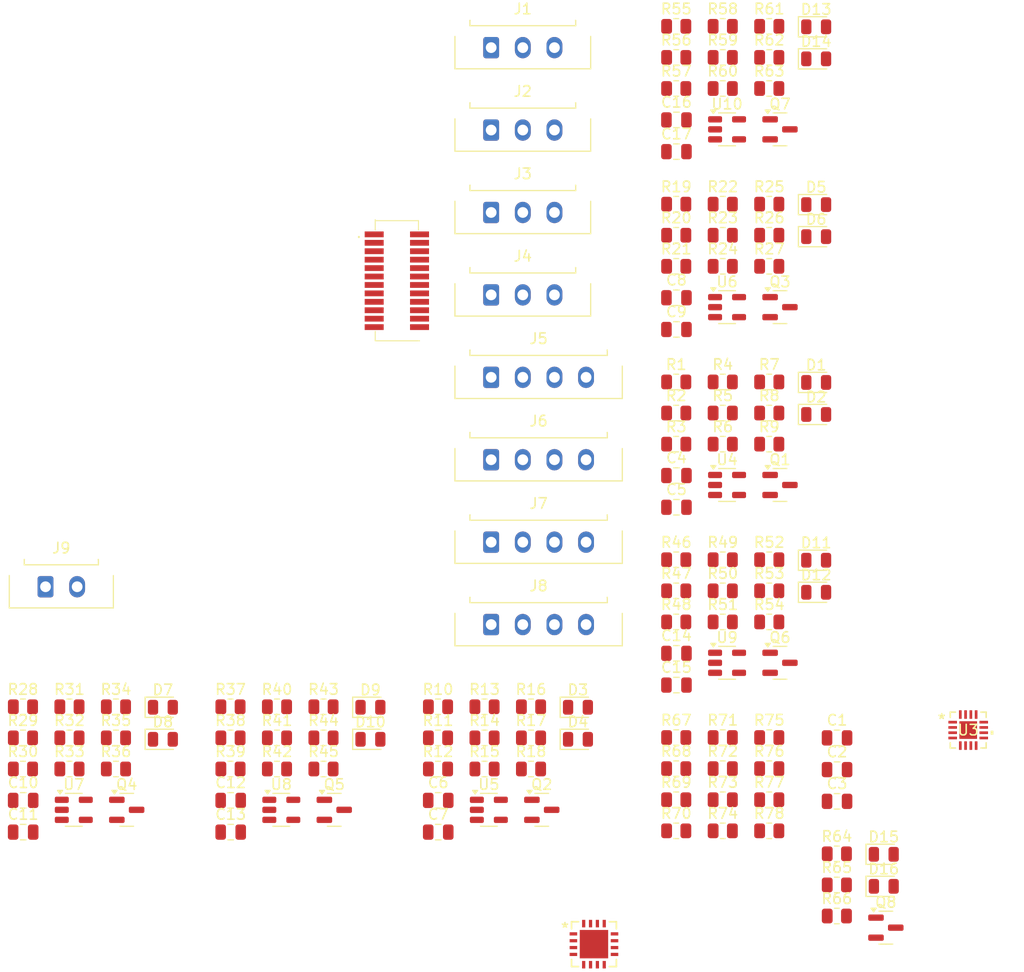
<source format=kicad_pcb>
(kicad_pcb (version 20240108) (generator "pcbnew") (generator_version "8.0")
  (layers (0 "F.Cu" signal) (31 "B.Cu" signal) (34 "B.Paste" user) (35 "F.Paste" user) (36 "B.SilkS" user "B.Silkscreen") (37 "F.SilkS" user "F.Silkscreen") (38 "B.Mask" user) (39 "F.Mask" user) (44 "Edge.Cuts" user))
  (net 0 "")
  (net 1 "GNDA")
  (net 2 "/AVDD")
  (net 3 "GND")
  (net 4 "Net-(U3-DECAP)")
  (net 5 "+3.3V")
  (net 6 "/HV+ contactor/Low")
  (net 7 "Net-(D1-A)")
  (net 8 "+12V")
  (net 9 "/HV- Contactor/Low")
  (net 10 "Net-(D3-A)")
  (net 11 "/Array Contactor/Low")
  (net 12 "Net-(D5-A)")
  (net 13 "Net-(D7-A)")
  (net 14 "/Fan1/Low")
  (net 15 "Net-(D9-A)")
  (net 16 "/Fan2/Low")
  (net 17 "/Fan3/Low")
  (net 18 "Net-(D11-A)")
  (net 19 "Net-(D13-A)")
  (net 20 "/Fan4/Low")
  (net 21 "/Strobe Light/Low")
  (net 22 "Net-(D15-A)")
  (net 23 "/Fan1/High")
  (net 24 "/F1TACH")
  (net 25 "/F2TACH")
  (net 26 "/Fan2/High")
  (net 27 "/F3TACH")
  (net 28 "/Fan3/High")
  (net 29 "/F4TACH")
  (net 30 "/Fan4/High")
  (net 31 "/HV+ SENSE")
  (net 32 "/HV+ contactor/High")
  (net 33 "/HV- Contactor/High")
  (net 34 "/HV- SENSE")
  (net 35 "/Array Contactor/High")
  (net 36 "/Array SENSE")
  (net 37 "/CAN_H")
  (net 38 "/CAN_L")
  (net 39 "Net-(Q1-G)")
  (net 40 "Net-(Q2-G)")
  (net 41 "Net-(Q3-G)")
  (net 42 "Net-(Q4-G)")
  (net 43 "Net-(Q5-G)")
  (net 44 "Net-(Q6-G)")
  (net 45 "Net-(Q7-G)")
  (net 46 "Net-(Q8-G)")
  (net 47 "/HV+_EN")
  (net 48 "Net-(U4-+)")
  (net 49 "Net-(U4--)")
  (net 50 "Net-(R8-Pad2)")
  (net 51 "/HV+_Current")
  (net 52 "/HV-_EN")
  (net 53 "Net-(U5-+)")
  (net 54 "Net-(U5--)")
  (net 55 "Net-(R17-Pad2)")
  (net 56 "/HV-_Current")
  (net 57 "/Array_EN")
  (net 58 "Net-(U6-+)")
  (net 59 "Net-(U6--)")
  (net 60 "Net-(R26-Pad2)")
  (net 61 "/Array_Current")
  (net 62 "/Fan1_EN")
  (net 63 "Net-(U7-+)")
  (net 64 "Net-(U7--)")
  (net 65 "Net-(R35-Pad2)")
  (net 66 "/FAN1_Current")
  (net 67 "/Fan2_EN")
  (net 68 "Net-(U8-+)")
  (net 69 "Net-(U8--)")
  (net 70 "Net-(R44-Pad2)")
  (net 71 "/FAN2_Current")
  (net 72 "/Fan3_EN")
  (net 73 "Net-(U9-+)")
  (net 74 "Net-(U9--)")
  (net 75 "Net-(R53-Pad2)")
  (net 76 "/FAN3_Current")
  (net 77 "/Fan4_EN")
  (net 78 "Net-(U10-+)")
  (net 79 "Net-(U10--)")
  (net 80 "Net-(R62-Pad2)")
  (net 81 "/FAN4_Current")
  (net 82 "/Strobe_EN")
  (net 83 "/ADDRSEL_FAN")
  (net 84 "/SDA")
  (net 85 "/SCL")
  (net 86 "/FanError")
  (net 90 "/SDI")
  (net 91 "/CS")
  (net 94 "/SCLK")
  (net 95 "/SDO")
  (footprint "Capacitor_SMD:C_0805_2012Metric" (layer "F.Cu") (at 94.5185 49.095)
    (property "Reference" "C16" (at 0 -1.68 0) (layer "F.SilkS"))
    (property "Value" "1.1uF")
    (pad "1" smd roundrect (at -0.95 0) (size 1 1.45) (layers "F.Cu" "F.Paste" "F.Mask") (net 5 "+3.3V"))
    (pad "2" smd roundrect (at 0.95 0) (size 1 1.45) (layers "F.Cu" "F.Paste" "F.Mask") (net 3 "GND"))
  )
  (footprint "Resistor_SMD:R_0805_2012Metric" (layer "F.Cu") (at 103.3185 113.595)
    (property "Reference" "R77" (at 0 -1.65 0) (layer "F.SilkS"))
    (property "Value" "100k")
    (pad "1" smd roundrect (at -0.9125 0) (size 1.025 1.4) (layers "F.Cu" "F.Paste" "F.Mask") (roundrect_rratio 0.243902) (net 5 "+3.3V"))
    (pad "2" smd roundrect (at 0.9125 0) (size 1.025 1.4) (layers "F.Cu" "F.Paste" "F.Mask") (roundrect_rratio 0.243902) (net 85 "/SCL"))
  )
  (footprint "Resistor_SMD:R_0805_2012Metric" (layer "F.Cu") (at 36.9585 107.725)
    (property "Reference" "R32" (at 0 -1.65 0) (layer "F.SilkS"))
    (property "Value" "R")
    (pad "1" smd roundrect (at -0.9125 0) (size 1.025 1.4) (layers "F.Cu" "F.Paste" "F.Mask") (roundrect_rratio 0.243902) (net 8 "+12V"))
    (pad "2" smd roundrect (at 0.9125 0) (size 1.025 1.4) (layers "F.Cu" "F.Paste" "F.Mask") (roundrect_rratio 0.243902) (net 63 "Net-(U7-+)"))
  )
  (footprint "Resistor_SMD:R_0805_2012Metric" (layer "F.Cu") (at 94.4985 113.595)
    (property "Reference" "R69" (at 0 -1.65 0) (layer "F.SilkS"))
    (property "Value" "100k")
    (pad "1" smd roundrect (at -0.9125 0) (size 1.025 1.4) (layers "F.Cu" "F.Paste" "F.Mask") (roundrect_rratio 0.243902) (net 5 "+3.3V"))
    (pad "2" smd roundrect (at 0.9125 0) (size 1.025 1.4) (layers "F.Cu" "F.Paste" "F.Mask") (roundrect_rratio 0.243902) (net 67 "/Fan2_EN"))
  )
  (footprint "Resistor_SMD:R_0805_2012Metric" (layer "F.Cu") (at 94.4985 96.725)
    (property "Reference" "R48" (at 0 -1.65 0) (layer "F.SilkS"))
    (property "Value" "1k")
    (pad "1" smd roundrect (at -0.9125 0) (size 1.025 1.4) (layers "F.Cu" "F.Paste" "F.Mask") (roundrect_rratio 0.243902) (net 72 "/Fan3_EN"))
    (pad "2" smd roundrect (at 0.9125 0) (size 1.025 1.4) (layers "F.Cu" "F.Paste" "F.Mask") (roundrect_rratio 0.243902) (net 44 "Net-(Q6-G)"))
  )
  (footprint "Resistor_SMD:R_0805_2012Metric" (layer "F.Cu") (at 98.9085 57.085)
    (property "Reference" "R22" (at 0 -1.65 0) (layer "F.SilkS"))
    (property "Value" "R")
    (pad "1" smd roundrect (at -0.9125 0) (size 1.025 1.4) (layers "F.Cu" "F.Paste" "F.Mask") (roundrect_rratio 0.243902) (net 8 "+12V"))
    (pad "2" smd roundrect (at 0.9125 0) (size 1.025 1.4) (layers "F.Cu" "F.Paste" "F.Mask") (roundrect_rratio 0.243902) (net 35 "/Array Contactor/High"))
  )
  (footprint "Connector_Molex:Molex_Micro-Fit_3.0_43650-0315_1x03_P3.00mm_Vertical" (layer "F.Cu") (at 76.9485 50.055)
    (property "Reference" "J2" (at 3 -3.67 0) (layer "F.SilkS"))
    (property "Value" "Fan2")
    (pad "" np_thru_hole circle (at -3 -1.96) (size 1.27 1.27) (drill 1.27) (layers "*.Cu" "*.Mask"))
    (pad "" np_thru_hole circle (at 9 -1.96) (size 1.27 1.27) (drill 1.27) (layers "*.Cu" "*.Mask"))
    (pad "1" thru_hole roundrect (at 0 0) (size 1.5 2.02) (drill 1.02) (layers "*.Cu" "*.Mask") (roundrect_rratio 0.166667) (net 26 "/Fan2/High"))
    (pad "2" thru_hole oval (at 3 0) (size 1.5 2.02) (drill 1.02) (layers "*.Cu" "*.Mask") (net 16 "/Fan2/Low"))
    (pad "3" thru_hole oval (at 6 0) (size 1.5 2.02) (drill 1.02) (layers "*.Cu" "*.Mask") (net 25 "/F2TACH"))
  )
  (footprint "Resistor_SMD:R_0805_2012Metric" (layer "F.Cu") (at 56.6385 110.675)
    (property "Reference" "R42" (at 0 -1.65 0) (layer "F.SilkS"))
    (property "Value" "R")
    (pad "1" smd roundrect (at -0.9125 0) (size 1.025 1.4) (layers "F.Cu" "F.Paste" "F.Mask") (roundrect_rratio 0.243902) (net 26 "/Fan2/High"))
    (pad "2" smd roundrect (at 0.9125 0) (size 1.025 1.4) (layers "F.Cu" "F.Paste" "F.Mask") (roundrect_rratio 0.243902) (net 69 "Net-(U8--)"))
  )
  (footprint "Package_TO_SOT_SMD:SOT-23" (layer "F.Cu") (at 104.3385 100.6)
    (property "Reference" "Q6" (at 0 -2.4 0) (layer "F.SilkS"))
    (property "Value" "IRLML0030")
    (pad "1" smd roundrect (at -0.9375 -0.95) (size 1.475 0.6) (layers "F.Cu" "F.Paste" "F.Mask") (net 44 "Net-(Q6-G)"))
    (pad "2" smd roundrect (at -0.9375 0.95) (size 1.475 0.6) (layers "F.Cu" "F.Paste" "F.Mask") (net 3 "GND"))
    (pad "3" smd roundrect (at 0.9375 0) (size 1.475 0.6) (layers "F.Cu" "F.Paste" "F.Mask") (net 17 "/Fan3/Low"))
  )
  (footprint "Resistor_SMD:R_0805_2012Metric" (layer "F.Cu") (at 76.3185 107.725)
    (property "Reference" "R14" (at 0 -1.65 0) (layer "F.SilkS"))
    (property "Value" "R")
    (pad "1" smd roundrect (at -0.9125 0) (size 1.025 1.4) (layers "F.Cu" "F.Paste" "F.Mask") (roundrect_rratio 0.243902) (net 8 "+12V"))
    (pad "2" smd roundrect (at 0.9125 0) (size 1.025 1.4) (layers "F.Cu" "F.Paste" "F.Mask") (roundrect_rratio 0.243902) (net 53 "Net-(U5-+)"))
  )
  (footprint "Resistor_SMD:R_0805_2012Metric" (layer "F.Cu") (at 103.3185 60.035)
    (property "Reference" "R26" (at 0 -1.65 0) (layer "F.SilkS"))
    (property "Value" "R")
    (pad "1" smd roundrect (at -0.9125 0) (size 1.025 1.4) (layers "F.Cu" "F.Paste" "F.Mask") (roundrect_rratio 0.243902) (net 59 "Net-(U6--)"))
    (pad "2" smd roundrect (at 0.9125 0) (size 1.025 1.4) (layers "F.Cu" "F.Paste" "F.Mask") (roundrect_rratio 0.243902) (net 60 "Net-(R26-Pad2)"))
  )
  (footprint "Resistor_SMD:R_0805_2012Metric" (layer "F.Cu") (at 98.9085 116.545)
    (property "Reference" "R74" (at 0 -1.65 0) (layer "F.SilkS"))
    (property "Value" "100k")
    (pad "1" smd roundrect (at -0.9125 0) (size 1.025 1.4) (layers "F.Cu" "F.Paste" "F.Mask") (roundrect_rratio 0.243902) (net 5 "+3.3V"))
    (pad "2" smd roundrect (at 0.9125 0) (size 1.025 1.4) (layers "F.Cu" "F.Paste" "F.Mask") (roundrect_rratio 0.243902) (net 27 "/F3TACH"))
  )
  (footprint "Resistor_SMD:R_0805_2012Metric" (layer "F.Cu") (at 94.4985 60.035)
    (property "Reference" "R20" (at 0 -1.65 0) (layer "F.SilkS"))
    (property "Value" "10k")
    (pad "1" smd roundrect (at -0.9125 0) (size 1.025 1.4) (layers "F.Cu" "F.Paste" "F.Mask") (roundrect_rratio 0.243902) (net 8 "+12V"))
    (pad "2" smd roundrect (at 0.9125 0) (size 1.025 1.4) (layers "F.Cu" "F.Paste" "F.Mask") (roundrect_rratio 0.243902) (net 12 "Net-(D5-A)"))
  )
  (footprint "Package_TO_SOT_SMD:SOT-23" (layer "F.Cu") (at 104.3385 66.86)
    (property "Reference" "Q3" (at 0 -2.4 0) (layer "F.SilkS"))
    (property "Value" "IRLML0030")
    (pad "1" smd roundrect (at -0.9375 -0.95) (size 1.475 0.6) (layers "F.Cu" "F.Paste" "F.Mask") (net 41 "Net-(Q3-G)"))
    (pad "2" smd roundrect (at -0.9375 0.95) (size 1.475 0.6) (layers "F.Cu" "F.Paste" "F.Mask") (net 3 "GND"))
    (pad "3" smd roundrect (at 0.9375 0) (size 1.475 0.6) (layers "F.Cu" "F.Paste" "F.Mask") (net 11 "/Array Contactor/Low"))
  )
  (footprint "Package_TO_SOT_SMD:SOT-23" (layer "F.Cu") (at 114.3785 125.73)
    (property "Reference" "Q8" (at 0 -2.4 0) (layer "F.SilkS"))
    (property "Value" "IRLML0030")
    (pad "1" smd roundrect (at -0.9375 -0.95) (size 1.475 0.6) (layers "F.Cu" "F.Paste" "F.Mask") (net 46 "Net-(Q8-G)"))
    (pad "2" smd roundrect (at -0.9375 0.95) (size 1.475 0.6) (layers "F.Cu" "F.Paste" "F.Mask") (net 3 "GND"))
    (pad "3" smd roundrect (at 0.9375 0) (size 1.475 0.6) (layers "F.Cu" "F.Paste" "F.Mask") (net 21 "/Strobe Light/Low"))
  )
  (footprint "Connector_Molex:Molex_Micro-Fit_3.0_43650-0315_1x03_P3.00mm_Vertical" (layer "F.Cu") (at 76.9485 42.235)
    (property "Reference" "J1" (at 3 -3.67 0) (layer "F.SilkS"))
    (property "Value" "Fan1")
    (pad "" np_thru_hole circle (at -3 -1.96) (size 1.27 1.27) (drill 1.27) (layers "*.Cu" "*.Mask"))
    (pad "" np_thru_hole circle (at 9 -1.96) (size 1.27 1.27) (drill 1.27) (layers "*.Cu" "*.Mask"))
    (pad "1" thru_hole roundrect (at 0 0) (size 1.5 2.02) (drill 1.02) (layers "*.Cu" "*.Mask") (roundrect_rratio 0.166667) (net 23 "/Fan1/High"))
    (pad "2" thru_hole oval (at 3 0) (size 1.5 2.02) (drill 1.02) (layers "*.Cu" "*.Mask") (net 14 "/Fan1/Low"))
    (pad "3" thru_hole oval (at 6 0) (size 1.5 2.02) (drill 1.02) (layers "*.Cu" "*.Mask") (net 24 "/F1TACH"))
  )
  (footprint "Resistor_SMD:R_0805_2012Metric" (layer "F.Cu") (at 98.9085 90.825)
    (property "Reference" "R49" (at 0 -1.65 0) (layer "F.SilkS"))
    (property "Value" "R")
    (pad "1" smd roundrect (at -0.9125 0) (size 1.025 1.4) (layers "F.Cu" "F.Paste" "F.Mask") (roundrect_rratio 0.243902) (net 8 "+12V"))
    (pad "2" smd roundrect (at 0.9125 0) (size 1.025 1.4) (layers "F.Cu" "F.Paste" "F.Mask") (roundrect_rratio 0.243902) (net 28 "/Fan3/High"))
  )
  (footprint "Capacitor_SMD:C_0805_2012Metric" (layer "F.Cu") (at 94.5185 52.105)
    (property "Reference" "C17" (at 0 -1.68 0) (layer "F.SilkS"))
    (property "Value" "2.2uF")
    (pad "1" smd roundrect (at -0.95 0) (size 1 1.45) (layers "F.Cu" "F.Paste" "F.Mask") (net 5 "+3.3V"))
    (pad "2" smd roundrect (at 0.95 0) (size 1 1.45) (layers "F.Cu" "F.Paste" "F.Mask") (net 3 "GND"))
  )
  (footprint "Resistor_SMD:R_0805_2012Metric" (layer "F.Cu") (at 94.4985 107.695)
    (property "Reference" "R67" (at 0 -1.65 0) (layer "F.SilkS"))
    (property "Value" "100k")
    (pad "1" smd roundrect (at -0.9125 0) (size 1.025 1.4) (layers "F.Cu" "F.Paste" "F.Mask") (roundrect_rratio 0.243902) (net 5 "+3.3V"))
    (pad "2" smd roundrect (at 0.9125 0) (size 1.025 1.4) (layers "F.Cu" "F.Paste" "F.Mask") (roundrect_rratio 0.243902) (net 83 "/ADDRSEL_FAN"))
  )
  (footprint "Resistor_SMD:R_0805_2012Metric" (layer "F.Cu") (at 103.3185 116.545)
    (property "Reference" "R78" (at 0 -1.65 0) (layer "F.SilkS"))
    (property "Value" "100k")
    (pad "1" smd roundrect (at -0.9125 0) (size 1.025 1.4) (layers "F.Cu" "F.Paste" "F.Mask") (roundrect_rratio 0.243902) (net 5 "+3.3V"))
    (pad "2" smd roundrect (at 0.9125 0) (size 1.025 1.4) (layers "F.Cu" "F.Paste" "F.Mask") (roundrect_rratio 0.243902) (net 86 "/FanError"))
  )
  (footprint "Resistor_SMD:R_0805_2012Metric" (layer "F.Cu") (at 94.4985 40.215)
    (property "Reference" "R55" (at 0 -1.65 0) (layer "F.SilkS"))
    (property "Value" "100k")
    (pad "1" smd roundrect (at -0.9125 0) (size 1.025 1.4) (layers "F.Cu" "F.Paste" "F.Mask") (roundrect_rratio 0.243902) (net 77 "/Fan4_EN"))
    (pad "2" smd roundrect (at 0.9125 0) (size 1.025 1.4) (layers "F.Cu" "F.Paste" "F.Mask") (roundrect_rratio 0.243902) (net 3 "GND"))
  )
  (footprint "footprints:QFN16_4x4MC_MCH" (layer "F.Cu") (at 86.696799 127.295001)
    (property "Reference" "U1" (hide yes))
    (property "Value" "EMC2305-1-AP-TR" (hide yes))
    (fp_text user "*" (at -2.75 -1.5 0) (layer "F.SilkS"))
    (pad "1" smd rect (at -1.949201 -0.974999 90) (size 0.3048 0.7112) (layers "F.Cu" "F.Paste" "F.Mask") (net 84 "/SDA"))
    (pad "2" smd rect (at -1.949201 -0.325001 90) (size 0.3048 0.7112) (layers "F.Cu" "F.Paste" "F.Mask") (net 85 "/SCL"))
    (pad "3" smd rect (at -1.949201 0.325001 90) (size 0.3048 0.7112) (layers "F.Cu" "F.Paste" "F.Mask") (net 5 "+3.3V"))
    (pad "4" smd rect (at -1.949201 0.974999 90) (size 0.3048 0.7112) (layers "F.Cu" "F.Paste" "F.Mask") (net 83 "/ADDRSEL_FAN"))
    (pad "5" smd rect (at -0.974999 1.949201) (size 0.3048 0.7112) (layers "F.Cu" "F.Paste" "F.Mask") (net 62 "/Fan1_EN"))
    (pad "6" smd rect (at -0.325001 1.949201) (size 0.3048 0.7112) (layers "F.Cu" "F.Paste" "F.Mask") (net 24 "/F1TACH"))
    (pad "7" smd rect (at 0.325001 1.949201) (size 0.3048 0.7112) (layers "F.Cu" "F.Paste" "F.Mask") (net 67 "/Fan2_EN"))
    (pad "8" smd rect (at 0.974999 1.949201) (size 0.3048 0.7112) (layers "F.Cu" "F.Paste" "F.Mask") (net 25 "/F2TACH"))
    (pad "9" smd rect (at 1.949201 0.974999 90) (size 0.3048 0.7112) (layers "F.Cu" "F.Paste" "F.Mask") (net 72 "/Fan3_EN"))
    (pad "10" smd rect (at 1.949201 0.325001 90) (size 0.3048 0.7112) (layers "F.Cu" "F.Paste" "F.Mask") (net 27 "/F3TACH"))
    (pad "11" smd rect (at 1.949201 -0.325001 90) (size 0.3048 0.7112) (layers "F.Cu" "F.Paste" "F.Mask"))
    (pad "12" smd rect (at 1.949201 -0.974999 90) (size 0.3048 0.7112) (layers "F.Cu" "F.Paste" "F.Mask") (net 86 "/FanError"))
    (pad "13" smd rect (at 0.974999 -1.949201) (size 0.3048 0.7112) (layers "F.Cu" "F.Paste" "F.Mask") (net 77 "/Fan4_EN"))
    (pad "14" smd rect (at 0.325001 -1.949201) (size 0.3048 0.7112) (layers "F.Cu" "F.Paste" "F.Mask") (net 29 "/F4TACH"))
    (pad "15" smd rect (at -0.325001 -1.949201) (size 0.3048 0.7112) (layers "F.Cu" "F.Paste" "F.Mask"))
    (pad "16" smd rect (at -0.974999 -1.949201) (size 0.3048 0.7112) (layers "F.Cu" "F.Paste" "F.Mask"))
    (pad "HTAB" smd rect (at 0 0) (size 2.6924 2.6924) (layers "F.Cu" "F.Paste" "F.Mask") (net 3 "GND"))
  )
  (footprint "Resistor_SMD:R_0805_2012Metric" (layer "F.Cu") (at 32.5485 110.675)
    (property "Reference" "R30" (at 0 -1.65 0) (layer "F.SilkS"))
    (property "Value" "1k")
    (pad "1" smd roundrect (at -0.9125 0) (size 1.025 1.4) (layers "F.Cu" "F.Paste" "F.Mask") (roundrect_rratio 0.243902) (net 62 "/Fan1_EN"))
    (pad "2" smd roundrect (at 0.9125 0) (size 1.025 1.4) (layers "F.Cu" "F.Paste" "F.Mask") (roundrect_rratio 0.243902) (net 42 "Net-(Q4-G)"))
  )
  (footprint "Diode_SMD:D_0805_2012Metric" (layer "F.Cu") (at 114.1785 121.81)
    (property "Reference" "D16" (at 0 -1.65 0) (layer "F.SilkS"))
    (property "Value" "1N448W")
    (pad "1" smd roundrect (at -0.9375 0) (size 0.975 1.4) (layers "F.Cu" "F.Paste" "F.Mask") (net 8 "+12V"))
    (pad "2" smd roundrect (at 0.9375 0) (size 0.975 1.4) (layers "F.Cu" "F.Paste" "F.Mask") (net 21 "/Strobe Light/Low"))
  )
  (footprint "Resistor_SMD:R_0805_2012Metric" (layer "F.Cu") (at 94.4985 79.855)
    (property "Reference" "R3" (at 0 -1.65 0) (layer "F.SilkS"))
    (property "Value" "1k")
    (pad "1" smd roundrect (at -0.9125 0) (size 1.025 1.4) (layers "F.Cu" "F.Paste" "F.Mask") (roundrect_rratio 0.243902) (net 47 "/HV+_EN"))
    (pad "2" smd roundrect (at 0.9125 0) (size 1.025 1.4) (layers "F.Cu" "F.Paste" "F.Mask") (roundrect_rratio 0.243902) (net 39 "Net-(Q1-G)"))
  )
  (footprint "Resistor_SMD:R_0805_2012Metric" (layer "F.Cu") (at 94.4985 62.985)
    (property "Reference" "R21" (at 0 -1.65 0) (layer "F.SilkS"))
    (property "Value" "1k")
    (pad "1" smd roundrect (at -0.9125 0) (size 1.025 1.4) (layers "F.Cu" "F.Paste" "F.Mask") (roundrect_rratio 0.243902) (net 57 "/Array_EN"))
    (pad "2" smd roundrect (at 0.9125 0) (size 1.025 1.4) (layers "F.Cu" "F.Paste" "F.Mask") (roundrect_rratio 0.243902) (net 41 "Net-(Q3-G)"))
  )
  (footprint "Resistor_SMD:R_0805_2012Metric" (layer "F.Cu") (at 56.6385 104.775)
    (property "Reference" "R40" (at 0 -1.65 0) (layer "F.SilkS"))
    (property "Value" "R")
    (pad "1" smd roundrect (at -0.9125 0) (size 1.025 1.4) (layers "F.Cu" "F.Paste" "F.Mask") (roundrect_rratio 0.243902) (net 8 "+12V"))
    (pad "2" smd roundrect (at 0.9125 0) (size 1.025 1.4) (layers "F.Cu" "F.Paste" "F.Mask") (roundrect_rratio 0.243902) (net 26 "/Fan2/High"))
  )
  (footprint "Resistor_SMD:R_0805_2012Metric" (layer "F.Cu") (at 103.3185 107.695)
    (property "Reference" "R75" (at 0 -1.65 0) (layer "F.SilkS"))
    (property "Value" "100k")
    (pad "1" smd roundrect (at -0.9125 0) (size 1.025 1.4) (layers "F.Cu" "F.Paste" "F.Mask") (roundrect_rratio 0.243902) (net 5 "+3.3V"))
    (pad "2" smd roundrect (at 0.9125 0) (size 1.025 1.4) (layers "F.Cu" "F.Paste" "F.Mask") (roundrect_rratio 0.243902) (net 29 "/F4TACH"))
  )
  (footprint "Connector_Molex:Molex_Micro-Fit_3.0_43650-0415_1x04_P3.00mm_Vertical" (layer "F.Cu") (at 76.9485 81.335)
    (property "Reference" "J6" (at 4.5 -3.67 0) (layer "F.SilkS"))
    (property "Value" "HV- Connector")
    (pad "" np_thru_hole circle (at -3 -1.96) (size 1.27 1.27) (drill 1.27) (layers "*.Cu" "*.Mask"))
    (pad "" np_thru_hole circle (at 12 -1.96) (size 1.27 1.27) (drill 1.27) (layers "*.Cu" "*.Mask"))
    (pad "1" thru_hole roundrect (at 0 0) (size 1.5 2.02) (drill 1.02) (layers "*.Cu" "*.Mask") (roundrect_rratio 0.166667) (net 33 "/HV- Contactor/High"))
    (pad "2" thru_hole oval (at 3 0) (size 1.5 2.02) (drill 1.02) (layers "*.Cu" "*.Mask") (net 9 "/HV- Contactor/Low"))
    (pad "3" thru_hole oval (at 6 0) (size 1.5 2.02) (drill 1.02) (layers "*.Cu" "*.Mask") (net 34 "/HV- SENSE"))
    (pad "4" thru_hole oval (at 9 0) (size 1.5 2.02) (drill 1.02) (layers "*.Cu" "*.Mask") (net 3 "GND"))
  )
  (footprint "Capacitor_SMD:C_0805_2012Metric" (layer "F.Cu") (at 32.5685 116.665)
    (property "Reference" "C11" (at 0 -1.68 0) (layer "F.SilkS"))
    (property "Value" "2.2uF")
    (pad "1" smd roundrect (at -0.95 0) (size 1 1.45) (layers "F.Cu" "F.Paste" "F.Mask") (net 5 "+3.3V"))
    (pad "2" smd roundrect (at 0.95 0) (size 1 1.45) (layers "F.Cu" "F.Paste" "F.Mask") (net 3 "GND"))
  )
  (footprint "Resistor_SMD:R_0805_2012Metric" (layer "F.Cu") (at 80.7285 104.775)
    (property "Reference" "R16" (at 0 -1.65 0) (layer "F.SilkS"))
    (property "Value" "R")
    (pad "1" smd roundrect (at -0.9125 0) (size 1.025 1.4) (layers "F.Cu" "F.Paste" "F.Mask") (roundrect_rratio 0.243902) (net 53 "Net-(U5-+)"))
    (pad "2" smd roundrect (at 0.9125 0) (size 1.025 1.4) (layers "F.Cu" "F.Paste" "F.Mask") (roundrect_rratio 0.243902) (net 3 "GND"))
  )
  (footprint "Capacitor_SMD:C_0805_2012Metric" (layer "F.Cu") (at 94.5185 65.965)
    (property "Reference" "C8" (at 0 -1.68 0) (layer "F.SilkS"))
    (property "Value" "1.1uF")
    (pad "1" smd roundrect (at -0.95 0) (size 1 1.45) (layers "F.Cu" "F.Paste" "F.Mask") (net 5 "+3.3V"))
    (pad "2" smd roundrect (at 0.95 0) (size 1 1.45) (layers "F.Cu" "F.Paste" "F.Mask") (net 3 "GND"))
  )
  (footprint "Capacitor_SMD:C_0805_2012Metric" (layer "F.Cu") (at 71.9285 116.665)
    (property "Reference" "C7" (at 0 -1.68 0) (layer "F.SilkS"))
    (property "Value" "2.2uF")
    (pad "1" smd roundrect (at -0.95 0) (size 1 1.45) (layers "F.Cu" "F.Paste" "F.Mask") (net 5 "+3.3V"))
    (pad "2" smd roundrect (at 0.95 0) (size 1 1.45) (layers "F.Cu" "F.Paste" "F.Mask") (net 3 "GND"))
  )
  (footprint "Resistor_SMD:R_0805_2012Metric" (layer "F.Cu") (at 52.2285 107.725)
    (property "Reference" "R38" (at 0 -1.65 0) (layer "F.SilkS"))
    (property "Value" "10k")
    (pad "1" smd roundrect (at -0.9125 0) (size 1.025 1.4) (layers "F.Cu" "F.Paste" "F.Mask") (roundrect_rratio 0.243902) (net 8 "+12V"))
    (pad "2" smd roundrect (at 0.9125 0) (size 1.025 1.4) (layers "F.Cu" "F.Paste" "F.Mask") (roundrect_rratio 0.243902) (net 15 "Net-(D9-A)"))
  )
  (footprint "Package_TO_SOT_SMD:SOT-23-5" (layer "F.Cu") (at 99.3185 83.73)
    (property "Reference" "U4" (at 0 -2.4 0) (layer "F.SilkS"))
    (property "Value" "INA180B1")
    (pad "1" smd roundrect (at -1.1375 -0.95) (size 1.325 0.6) (layers "F.Cu" "F.Paste" "F.Mask") (net 48 "Net-(U4-+)"))
    (pad "2" smd roundrect (at -1.1375 0) (size 1.325 0.6) (layers "F.Cu" "F.Paste" "F.Mask") (net 3 "GND"))
    (pad "3" smd roundrect (at -1.1375 0.95) (size 1.325 0.6) (layers "F.Cu" "F.Paste" "F.Mask") (net 49 "Net-(U4--)"))
    (pad "4" smd roundrect (at 1.1375 0.95) (size 1.325 0.6) (layers "F.Cu" "F.Paste" "F.Mask") (net 50 "Net-(R8-Pad2)"))
    (pad "5" smd roundrect (at 1.1375 -0.95) (size 1.325 0.6) (layers "F.Cu" "F.Paste" "F.Mask") (net 5 "+3.3V"))
  )
  (footprint "UTSVT_Special:PeripheralSOM" (layer "F.Cu") (at 49.68076 61.12726)
    (property "Reference" "U2" (hide yes))
    (property "Value" "PeripheralSOM" (hide yes))
    (pad "" np_thru_hole circle (at -15.56226 -18.61226) (size 3 3) (drill 3) (layers "*.Cu" "*.Mask"))
    (pad "" np_thru_hole circle (at -15.56226 24.98774) (size 3 3) (drill 3) (layers "*.Cu" "*.Mask"))
    (pad "" np_thru_hole circle (at 18.03774 -18.61226) (size 3 3) (drill 3) (layers "*.Cu" "*.Mask"))
    (pad "" np_thru_hole circle (at 18.03774 24.98774) (size 3 3) (drill 3) (layers "*.Cu" "*.Mask"))
    (pad "1" smd rect (at 16.175 -1.175 90) (size 0.55 1.8) (layers "F.Cu" "F.Paste" "F.Mask") (net 82 "/Strobe_EN"))
    (pad "2" smd rect (at 20.475 -1.175 90) (size 0.55 1.8) (layers "F.Cu" "F.Paste" "F.Mask") (net 5 "+3.3V"))
    (pad "3" smd rect (at 16.175 -0.375 90) (size 0.55 1.8) (layers "F.Cu" "F.Paste" "F.Mask") (net 36 "/Array SENSE"))
    (pad "4" smd rect (at 20.475 -0.375 90) (size 0.55 1.8) (layers "F.Cu" "F.Paste" "F.Mask") (net 3 "GND"))
    (pad "5" smd rect (at 16.175 0.425 90) (size 0.55 1.8) (layers "F.Cu" "F.Paste" "F.Mask") (net 86 "/FanError"))
    (pad "6" smd rect (at 20.475 0.425 90) (size 0.55 1.8) (layers "F.Cu" "F.Paste" "F.Mask"))
    (pad "7" smd rect (at 16.175 1.225 90) (size 0.55 1.8) (layers "F.Cu" "F.Paste" "F.Mask") (net 83 "/ADDRSEL_FAN"))
    (pad "8" smd rect (at 20.475 1.225 90) (size 0.55 1.8) (layers "F.Cu" "F.Paste" "F.Mask"))
    (pad "9" smd rect (at 16.175 2.025 90) (size 0.55 1.8) (layers "F.Cu" "F.Paste" "F.Mask") (net 5 "+3.3V"))
    (pad "10" smd rect (at 20.475 2.025 90) (size 0.55 1.8) (layers "F.Cu" "F.Paste" "F.Mask") (net 2 "/AVDD"))
    (pad "11" smd rect (at 16.175 2.825 90) (size 0.55 1.8) (layers "F.Cu" "F.Paste" "F.Mask") (net 3 "GND"))
    (pad "12" smd rect (at 20.475 2.825 90) (size 0.55 1.8) (layers "F.Cu" "F.Paste" "F.Mask") (net 1 "GNDA"))
    (pad "13" smd rect (at 16.175 3.625 90) (size 0.55 1.8) (layers "F.Cu" "F.Paste" "F.Mask") (net 94 "/SCLK"))
    (pad "14" smd rect (at 20.475 3.625 90) (size 0.55 1.8) (layers "F.Cu" "F.Paste" "F.Mask") (net 85 "/SCL"))
    (pad "15" smd rect (at 16.175 4.425 90) (size 0.55 1.8) (layers "F.Cu" "F.Paste" "F.Mask") (net 95 "/SDO"))
    (pad "16" smd rect (at 20.475 4.425 90) (size 0.55 1.8) (layers "F.Cu" "F.Paste" "F.Mask") (net 84 "/SDA"))
    (pad "17" smd rect (at 16.175 5.225 90) (size 0.55 1.8) (layers "F.Cu" "F.Paste" "F.Mask") (net 90 "/SDI"))
    (pad "18" smd rect (at 20.475 5.225 90) (size 0.55 1.8) (layers "F.Cu" "F.Paste" "F.Mask") (net 34 "/HV- SENSE"))
    (pad "19" smd rect (at 16.175 6.025 90) (size 0.55 1.8) (layers "F.Cu" "F.Paste" "F.Mask") (net 91 "/CS"))
    (pad "20" smd rect (at 20.475 6.025 90) (size 0.55 1.8) (layers "F.Cu" "F.Paste" "F.Mask") (net 31 "/HV+ SENSE"))
    (pad "21" smd rect (at 16.175 6.825 90) (size 0.55 1.8) (layers "F.Cu" "F.Paste" "F.Mask") (net 38 "/CAN_L"))
    (pad "22" smd rect (at 20.475 6.825 90) (size 0.55 1.8) (layers "F.Cu" "F.Paste" "F.Mask") (net 8 "+12V"))
    (pad "23" smd rect (at 16.175 7.625 90) (size 0.55 1.8) (layers "F.Cu" "F.Paste" "F.Mask") (net 37 "/CAN_H"))
    (pad "24" smd rect (at 20.475 7.625 90) (size 0.55 1.8) (layers "F.Cu" "F.Paste" "F.Mask"))
  )
  (footprint "Capacitor_SMD:C_0805_2012Metric" (layer "F.Cu") (at 94.5185 99.705)
    (property "Reference" "C14" (at 0 -1.68 0) (layer "F.SilkS"))
    (property "Value" "1.1uF")
    (pad "1" smd roundrect (at -0.95 0) (size 1 1.45) (layers "F.Cu" "F.Paste" "F.Mask") (net 5 "+3.3V"))
    (pad "2" smd roundrect (at 0.95 0) (size 1 1.45) (layers "F.Cu" "F.Paste" "F.Mask") (net 3 "GND"))
  )
  (footprint "Resistor_SMD:R_0805_2012Metric" (layer "F.Cu") (at 41.3685 107.725)
    (property "Reference" "R35" (at 0 -1.65 0) (layer "F.SilkS"))
    (property "Value" "R")
    (pad "1" smd roundrect (at -0.9125 0) (size 1.025 1.4) (layers "F.Cu" "F.Paste" "F.Mask") (roundrect_rratio 0.243902) (net 64 "Net-(U7--)"))
    (pad "2" smd roundrect (at 0.9125 0) (size 1.025 1.4) (layers "F.Cu" "F.Paste" "F.Mask") (roundrect_rratio 0.243902) (net 65 "Net-(R35-Pad2)"))
  )
  (footprint "Resistor_SMD:R_0805_2012Metric" (layer "F.Cu") (at 98.9085 110.645)
    (property "Reference" "R72" (at 0 -1.65 0) (layer "F.SilkS"))
    (property "Value" "100k")
    (pad "1" smd roundrect (at -0.9125 0) (size 1.025 1.4) (layers "F.Cu" "F.Paste" "F.Mask") (roundrect_rratio 0.243902) (net 5 "+3.3V"))
    (pad "2" smd roundrect (at 0.9125 0) (size 1.025 1.4) (layers "F.Cu" "F.Paste" "F.Mask") (roundrect_rratio 0.243902) (net 77 "/Fan4_EN"))
  )
  (footprint "Resistor_SMD:R_0805_2012Metric" (layer "F.Cu") (at 103.3185 46.115)
    (property "Reference" "R63" (at 0 -1.65 0) (layer "F.SilkS"))
    (property "Value" "R")
    (pad "1" smd roundrect (at -0.9125 0) (size 1.025 1.4) (layers "F.Cu" "F.Paste" "F.Mask") (roundrect_rratio 0.243902) (net 80 "Net-(R62-Pad2)"))
    (pad "2" smd roundrect (at 0.9125 0) (size 1.025 1.4) (layers "F.Cu" "F.Paste" "F.Mask") (roundrect_rratio 0.243902) (net 81 "/FAN4_Current"))
  )
  (footprint "Capacitor_SMD:C_0805_2012Metric" (layer "F.Cu") (at 109.7485 107.725)
    (property "Reference" "C1" (at 0 -1.68 0) (layer "F.SilkS"))
    (property "Value" "1uF")
    (pad "1" smd roundrect (at -0.95 0) (size 1 1.45) (layers "F.Cu" "F.Paste" "F.Mask") (net 2 "/AVDD"))
    (pad "2" smd roundrect (at 0.95 0) (size 1 1.45) (layers "F.Cu" "F.Paste" "F.Mask") (net 1 "GNDA"))
  )
  (footprint "Resistor_SMD:R_0805_2012Metric" (layer "F.Cu") (at 98.9085 76.905)
    (property "Reference" "R5" (at 0 -1.65 0) (layer "F.SilkS"))
    (property "Value" "R")
    (pad "1" smd roundrect (at -0.9125 0) (size 1.025 1.4) (layers "F.Cu" "F.Paste" "F.Mask") (roundrect_rratio 0.243902) (net 8 "+12V"))
    (pad "2" smd roundrect (at 0.9125 0) (size 1.025 1.4) (layers "F.Cu" "F.Paste" "F.Mask") (roundrect_rratio 0.243902) (net 48 "Net-(U4-+)"))
  )
  (footprint "Resistor_SMD:R_0805_2012Metric" (layer "F.Cu") (at 32.5485 104.775)
    (property "Reference" "R28" (at 0 -1.65 0) (layer "F.SilkS"))
    (property "Value" "100k")
    (pad "1" smd roundrect (at -0.9125 0) (size 1.025 1.4) (layers "F.Cu" "F.Paste" "F.Mask") (roundrect_rratio 0.243902) (net 62 "/Fan1_EN"))
    (pad "2" smd roundrect (at 0.9125 0) (size 1.025 1.4) (layers "F.Cu" "F.Paste" "F.Mask") (roundrect_rratio 0.243902) (net 3 "GND"))
  )
  (footprint "Package_TO_SOT_SMD:SOT-23" (layer "F.Cu") (at 81.7485 114.55)
    (property "Reference" "Q2" (at 0 -2.4 0) (layer "F.SilkS"))
    (property "Value" "IRLML0030")
    (pad "1" smd roundrect (at -0.9375 -0.95) (size 1.475 0.6) (layers "F.Cu" "F.Paste" "F.Mask") (net 40 "Net-(Q2-G)"))
    (pad "2" smd roundrect (at -0.9375 0.95) (size 1.475 0.6) (layers "F.Cu" "F.Paste" "F.Mask") (net 3 "GND"))
    (pad "3" smd roundrect (at 0.9375 0) (size 1.475 0.6) (layers "F.Cu" "F.Paste" "F.Mask") (net 9 "/HV- Contactor/Low"))
  )
  (footprint "Diode_SMD:D_0805_2012Metric" (layer "F.Cu") (at 45.8185 104.82)
    (property "Reference" "D7" (at 0 -1.65 0) (layer "F.SilkS"))
    (property "Value" "Green")
    (pad "1" smd roundrect (at -0.9375 0) (size 0.975 1.4) (layers "F.Cu" "F.Paste" "F.Mask") (net 14 "/Fan1/Low"))
    (pad "2" smd roundrect (at 0.9375 0) (size 0.975 1.4) (layers "F.Cu" "F.Paste" "F.Mask") (net 13 "Net-(D7-A)"))
  )
  (footprint "Connector_Molex:Molex_Micro-Fit_3.0_43650-0415_1x04_P3.00mm_Vertical" (layer "F.Cu") (at 76.9485 89.155)
    (property "Reference" "J7" (at 4.5 -3.67 0) (layer "F.SilkS"))
    (property "Value" "Array Connector")
    (pad "" np_thru_hole circle (at -3 -1.96) (size 1.27 1.27) (drill 1.27) (layers "*.Cu" "*.Mask"))
    (pad "" np_thru_hole circle (at 12 -1.96) (size 1.27 1.27) (drill 1.27) (layers "*.Cu" "*.Mask"))
    (pad "1" thru_hole roundrect (at 0 0) (size 1.5 2.02) (drill 1.02) (layers "*.Cu" "*.Mask") (roundrect_rratio 0.166667) (net 35 "/Array Contactor/High"))
    (pad "2" thru_hole oval (at 3 0) (size 1.5 2.02) (drill 1.02) (layers "*.Cu" "*.Mask") (net 11 "/Array Contactor/Low"))
    (pad "3" thru_hole oval (at 6 0) (size 1.5 2.02) (drill 1.02) (layers "*.Cu" "*.Mask") (net 36 "/Array SENSE"))
    (pad "4" thru_hole oval (at 9 0) (size 1.5 2.02) (drill 1.02) (layers "*.Cu" "*.Mask") (net 3 "GND"))
  )
  (footprint "Diode_SMD:D_0805_2012Metric" (layer "F.Cu") (at 107.7685 57.13)
    (property "Reference" "D5" (at 0 -1.65 0) (layer "F.SilkS"))
    (property "Value" "Green")
    (pad "1" smd roundrect (at -0.9375 0) (size 0.975 1.4) (layers "F.Cu" "F.Paste" "F.Mask") (net 11 "/Array Contactor/Low"))
    (pad "2" smd roundrect (at 0.9375 0) (size 0.975 1.4) (layers "F.Cu" "F.Paste" "F.Mask") (net 12 "Net-(D5-A)"))
  )
  (footprint "Resistor_SMD:R_0805_2012Metric" (layer "F.Cu") (at 94.4985 90.825)
    (property "Reference" "R46" (at 0 -1.65 0) (layer "F.SilkS"))
    (property "Value" "100k")
    (pad "1" smd roundrect (at -0.9125 0) (size 1.025 1.4) (layers "F.Cu" "F.Paste" "F.Mask") (roundrect_rratio 0.243902) (net 72 "/Fan3_EN"))
    (pad "2" smd roundrect (at 0.9125 0) (size 1.025 1.4) (layers "F.Cu" "F.Paste" "F.Mask") (roundrect_rratio 0.243902) (net 3 "GND"))
  )
  (footprint "Resistor_SMD:R_0805_2012Metric" (layer "F.Cu") (at 103.3185 79.855)
    (property "Reference" "R9" (at 0 -1.65 0) (layer "F.SilkS"))
    (property "Value" "R")
    (pad "1" smd roundrect (at -0.9125 0) (size 1.025 1.4) (layers "F.Cu" "F.Paste" "F.Mask") (roundrect_rratio 0.243902) (net 50 "Net-(R8-Pad2)"))
    (pad "2" smd roundrect (at 0.9125 0) (size 1.025 1.4) (layers "F.Cu" "F.Paste" "F.Mask") (roundrect_rratio 0.243902) (net 51 "/HV+_Current"))
  )
  (footprint "Resistor_SMD:R_0805_2012Metric" (layer "F.Cu") (at 98.9085 79.855)
    (property "Reference" "R6" (at 0 -1.65 0) (layer "F.SilkS"))
    (property "Value" "R")
    (pad "1" smd roundrect (at -0.9125 0) (size 1.025 1.4) (layers "F.Cu" "F.Paste" "F.Mask") (roundrect_rratio 0.243902) (net 32 "/HV+ contactor/High"))
    (pad "2" smd roundrect (at 0.9125 0) (size 1.025 1.4) (layers "F.Cu" "F.Paste" "F.Mask") (roundrect_rratio 0.243902) (net 49 "Net-(U4--)"))
  )
  (footprint "Diode_SMD:D_0805_2012Metric" (layer "F.Cu") (at 107.7685 93.91)
    (property "Reference" "D12" (at 0 -1.65 0) (layer "F.SilkS"))
    (property "Value" "1N448W")
    (pad "1" smd roundrect (at -0.9375 0) (size 0.975 1.4) (layers "F.Cu" "F.Paste" "F.Mask") (net 8 "+12V"))
    (pad "2" smd roundrect (at 0.9375 0) (size 0.975 1.4) (layers "F.Cu" "F.Paste" "F.Mask") (net 17 "/Fan3/Low"))
  )
  (footprint "Resistor_SMD:R_0805_2012Metric" (layer "F.Cu") (at 41.3685 110.675)
    (property "Reference" "R36" (at 0 -1.65 0) (layer "F.SilkS"))
    (property "Value" "R")
    (pad "1" smd roundrect (at -0.9125 0) (size 1.025 1.4) (layers "F.Cu" "F.Paste" "F.Mask") (roundrect_rratio 0.243902) (net 65 "Net-(R35-Pad2)"))
    (pad "2" smd roundrect (at 0.9125 0) (size 1.025 1.4) (layers "F.Cu" "F.Paste" "F.Mask") (roundrect_rratio 0.243902) (net 66 "/FAN1_Current"))
  )
  (footprint "Resistor_SMD:R_0805_2012Metric" (layer "F.Cu") (at 71.9085 104.775)
    (property "Reference" "R10" (at 0 -1.65 0) (layer "F.SilkS"))
    (property "Value" "100k")
    (pad "1" smd roundrect (at -0.9125 0) (size 1.025 1.4) (layers "F.Cu" "F.Paste" "F.Mask") (roundrect_rratio 0.243902) (net 52 "/HV-_EN"))
    (pad "2" smd roundrect (at 0.9125 0) (size 1.025 1.4) (layers "F.Cu" "F.Paste" "F.Mask") (roundrect_rratio 0.243902) (net 3 "GND"))
  )
  (footprint "Resistor_SMD:R_0805_2012Metric" (layer "F.Cu") (at 98.9085 60.035)
    (property "Reference" "R23" (at 0 -1.65 0) (layer "F.SilkS"))
    (property "Value" "R")
    (pad "1" smd roundrect (at -0.9125 0) (size 1.025 1.4) (layers "F.Cu" "F.Paste" "F.Mask") (roundrect_rratio 0.243902) (net 8 "+12V"))
    (pad "2" smd roundrect (at 0.9125 0) (size 1.025 1.4) (layers "F.Cu" "F.Paste" "F.Mask") (roundrect_rratio 0.243902) (net 58 "Net-(U6-+)"))
  )
  (footprint "Resistor_SMD:R_0805_2012Metric" (layer "F.Cu") (at 103.3185 62.985)
    (property "Reference" "R27" (at 0 -1.65 0) (layer "F.SilkS"))
    (property "Value" "R")
    (pad "1" smd roundrect (at -0.9125 0) (size 1.025 1.4) (layers "F.Cu" "F.Paste" "F.Mask") (roundrect_rratio 0.243902) (net 60 "Net-(R26-Pad2)"))
    (pad "2" smd roundrect (at 0.9125 0) (size 1.025 1.4) (layers "F.Cu" "F.Paste" "F.Mask") (roundrect_rratio 0.243902) (net 61 "/Array_Current"))
  )
  (footprint "Package_TO_SOT_SMD:SOT-23" (layer "F.Cu") (at 62.0685 114.55)
    (property "Reference" "Q5" (at 0 -2.4 0) (layer "F.SilkS"))
    (property "Value" "IRLML0030")
    (pad "1" smd roundrect (at -0.9375 -0.95) (size 1.475 0.6) (layers "F.Cu" "F.Paste" "F.Mask") (net 43 "Net-(Q5-G)"))
    (pad "2" smd roundrect (at -0.9375 0.95) (size 1.475 0.6) (layers "F.Cu" "F.Paste" "F.Mask") (net 3 "GND"))
    (pad "3" smd roundrect (at 0.9375 0) (size 1.475 0.6) (layers "F.Cu" "F.Paste" "F.Mask") (net 16 "/Fan2/Low"))
  )
  (footprint "Connector_Molex:Molex_Micro-Fit_3.0_43650-0415_1x04_P3.00mm_Vertical" (layer "F.Cu") (at 76.9485 96.975)
    (property "Reference" "J8" (at 4.5 -3.67 0) (layer "F.SilkS"))
    (property "Value" "lSOMconn")
    (pad "" np_thru_hole circle (at -3 -1.96) (size 1.27 1.27) (drill 1.27) (layers "*.Cu" "*.Mask"))
    (pad "" np_thru_hole circle (at 12 -1.96) (size 1.27 1.27) (drill 1.27) (layers "*.Cu" "*.Mask"))
    (pad "1" thru_hole roundrect (at 0 0) (size 1.5 2.02) (drill 1.02) (layers "*.Cu" "*.Mask") (roundrect_rratio 0.166667) (net 3 "GND"))
    (pad "2" thru_hole oval (at 3 0) (size 1.5 2.02) (drill 1.02) (layers "*.Cu" "*.Mask") (net 37 "/CAN_H"))
    (pad "3" thru_hole oval (at 6 0) (size 1.5 2.02) (drill 1.02) (layers "*.Cu" "*.Mask") (net 38 "/CAN_L"))
    (pad "4" thru_hole oval (at 9 0) (size 1.5 2.02) (drill 1.02) (layers "*.Cu" "*.Mask") (net 8 "+12V"))
  )
  (footprint "Resistor_SMD:R_0805_2012Metric" (layer "F.Cu") (at 71.9085 107.725)
    (property "Reference" "R11" (at 0 -1.65 0) (layer "F.SilkS"))
    (property "Value" "10k")
    (pad "1" smd roundrect (at -0.9125 0) (size 1.025 1.4) (layers "F.Cu" "F.Paste" "F.Mask") (roundrect_rratio 0.243902) (net 8 "+12V"))
    (pad "2" smd roundrect (at 0.9125 0) (size 1.025 1.4) (layers "F.Cu" "F.Paste" "F.Mask") (roundrect_rratio 0.243902) (net 10 "Net-(D3-A)"))
  )
  (footprint "Resistor_SMD:R_0805_2012Metric" (layer "F.Cu") (at 103.3185 40.215)
    (property "Reference" "R61" (at 0 -1.65 0) (layer "F.SilkS"))
    (property "Value" "R")
    (pad "1" smd roundrect (at -0.9125 0) (size 1.025 1.4) (layers "F.Cu" "F.Paste" "F.Mask") (roundrect_rratio 0.243902) (net 78 "Net-(U10-+)"))
    (pad "2" smd roundrect (at 0.9125 0) (size 1.025 1.4) (layers "F.Cu" "F.Paste" "F.Mask") (roundrect_rratio 0.243902) (net 3 "GND"))
  )
  (footprint "Package_TO_SOT_SMD:SOT-23" (layer "F.Cu") (at 42.3885 114.55)
    (property "Reference" "Q4" (at 0 -2.4 0) (layer "F.SilkS"))
    (property "Value" "IRLML0030")
    (pad "1" smd roundrect (at -0.9375 -0.95) (size 1.475 0.6) (layers "F.Cu" "F.Paste" "F.Mask") (net 42 "Net-(Q4-G)"))
    (pad "2" smd roundrect (at -0.9375 0.95) (size 1.475 0.6) (layers "F.Cu" "F.Paste" "F.Mask") (net 3 "GND"))
    (pad "3" smd roundrect (at 0.9375 0) (size 1.475 0.6) (layers "F.Cu" "F.Paste" "F.Mask") (net 14 "/Fan1/Low"))
  )
  (footprint "Resistor_SMD:R_0805_2012Metric" (layer "F.Cu") (at 103.3185 93.775)
    (property "Reference" "R53" (at 0 -1.65 0) (layer "F.SilkS"))
    (property "Value" "R")
    (pad "1" smd roundrect (at -0.9125 0) (size 1.025 1.4) (layers "F.Cu" "F.Paste" "F.Mask") (roundrect_rratio 0.243902) (net 74 "Net-(U9--)"))
    (pad "2" smd roundrect (at 0.9125 0) (size 1.025 1.4) (layers "F.Cu" "F.Paste" "F.Mask") (roundrect_rratio 0.243902) (net 75 "Net-(R53-Pad2)"))
  )
  (footprint "Capacitor_SMD:C_0805_2012Metric" (layer "F.Cu") (at 94.5185 68.975)
    (property "Reference" "C9" (at 0 -1.68 0) (layer "F.SilkS"))
    (property "Value" "2.2uF")
    (pad "1" smd roundrect (at -0.95 0) (size 1 1.45) (layers "F.Cu" "F.Paste" "F.Mask") (net 5 "+3.3V"))
    (pad "2" smd roundrect (at 0.95 0) (size 1 1.45) (layers "F.Cu" "F.Paste" "F.Mask") (net 3 "GND"))
  )
  (footprint "Capacitor_SMD:C_0805_2012Metric" (layer "F.Cu") (at 71.9285 113.655)
    (property "Reference" "C6" (at 0 -1.68 0) (layer "F.SilkS"))
    (property "Value" "1.1uF")
    (pad "1" smd roundrect (at -0.95 0) (size 1 1.45) (layers "F.Cu" "F.Paste" "F.Mask") (net 5 "+3.3V"))
    (pad "2" smd roundrect (at 0.95 0) (size 1 1.45) (layers "F.Cu" "F.Paste" "F.Mask") (net 3 "GND"))
  )
  (footprint "Resistor_SMD:R_0805_2012Metric" (layer "F.Cu") (at 61.0485 104.775)
    (property "Reference" "R43" (at 0 -1.65 0) (layer "F.SilkS"))
    (property "Value" "R")
    (pad "1" smd roundrect (at -0.9125 0) (size 1.025 1.4) (layers "F.Cu" "F.Paste" "F.Mask") (roundrect_rratio 0.243902) (net 68 "Net-(U8-+)"))
    (pad "2" smd roundrect (at 0.9125 0) (size 1.025 1.4) (layers "F.Cu" "F.Paste" "F.Mask") (roundrect_rratio 0.243902) (net 3 "GND"))
  )
  (footprint "Capacitor_SMD:C_0805_2012Metric" (layer "F.Cu") (at 109.7485 113.745)
    (property "Reference" "C3" (at 0 -1.68 0) (layer "F.SilkS"))
    (property "Value" "1uF")
    (pad "1" smd roundrect (at -0.95 0) (size 1 1.45) (layers "F.Cu" "F.Paste" "F.Mask") (net 5 "+3.3V"))
    (pad "2" smd roundrect (at 0.95 0) (size 1 1.45) (layers "F.Cu" "F.Paste" "F.Mask") (net 3 "GND"))
  )
  (footprint "Resistor_SMD:R_0805_2012Metric" (layer "F.Cu") (at 94.4985 76.905)
    (property "Reference" "R2" (at 0 -1.65 0) (layer "F.SilkS"))
    (property "Value" "10k")
    (pad "1" smd roundrect (at -0.9125 0) (size 1.025 1.4) (layers "F.Cu" "F.Paste" "F.Mask") (roundrect_rratio 0.243902) (net 8 "+12V"))
    (pad "2" smd roundrect (at 0.9125 0) (size 1.025 1.4) (layers "F.Cu" "F.Paste" "F.Mask") (roundrect_rratio 0.243902) (net 7 "Net-(D1-A)"))
  )
  (footprint "Capacitor_SMD:C_0805_2012Metric" (layer "F.Cu") (at 94.5185 85.845)
    (property "Reference" "C5" (at 0 -1.68 0) (layer "F.SilkS"))
    (property "Value" "2.2uF")
    (pad "1" smd roundrect (at -0.95 0) (size 1 1.45) (layers "F.Cu" "F.Paste" "F.Mask") (net 5 "+3.3V"))
    (pad "2" smd roundrect (at 0.95 0) (size 1 1.45) (layers "F.Cu" "F.Paste" "F.Mask") (net 3 "GND"))
  )
  (footprint "Connector_Molex:Molex_Micro-Fit_3.0_43650-0315_1x03_P3.00mm_Vertical" (layer "F.Cu") (at 76.9485 57.875)
    (property "Reference" "J3" (at 3 -3.67 0) (layer "F.SilkS"))
    (property "Value" "Fan3")
    (pad "" np_thru_hole circle (at -3 -1.96) (size 1.27 1.27) (drill 1.27) (layers "*.Cu" "*.Mask"))
    (pad "" np_thru_hole circle (at 9 -1.96) (size 1.27 1.27) (drill 1.27) (layers "*.Cu" "*.Mask"))
    (pad "1" thru_hole roundrect (at 0 0) (size 1.5 2.02) (drill 1.02) (layers "*.Cu" "*.Mask") (roundrect_rratio 0.166667) (net 28 "/Fan3/High"))
    (pad "2" thru_hole oval (at 3 0) (size 1.5 2.02) (drill 1.02) (layers "*.Cu" "*.Mask") (net 17 "/Fan3/Low"))
    (pad "3" thru_hole oval (at 6 0) (size 1.5 2.02) (drill 1.02) (layers "*.Cu" "*.Mask") (net 27 "/F3TACH"))
  )
  (footprint "Resistor_SMD:R_0805_2012Metric" (layer "F.Cu") (at 109.7285 118.725)
    (property "Reference" "R64" (at 0 -1.65 0) (layer "F.SilkS"))
    (property "Value" "100k")
    (pad "1" smd roundrect (at -0.9125 0) (size 1.025 1.4) (layers "F.Cu" "F.Paste" "F.Mask") (roundrect_rratio 0.243902) (net 82 "/Strobe_EN"))
    (pad "2" smd roundrect (at 0.9125 0) (size 1.025 1.4) (layers "F.Cu" "F.Paste" "F.Mask") (roundrect_rratio 0.243902) (net 3 "GND"))
  )
  (footprint "Resistor_SMD:R_0805_2012Metric" (layer "F.Cu") (at 32.5485 107.725)
    (property "Reference" "R29" (at 0 -1.65 0) (layer "F.SilkS"))
    (property "Value" "10k")
    (pad "1" smd roundrect (at -0.9125 0) (size 1.025 1.4) (layers "F.Cu" "F.Paste" "F.Mask") (roundrect_rratio 0.243902) (net 8 "+12V"))
    (pad "2" smd roundrect (at 0.9125 0) (size 1.025 1.4) (layers "F.Cu" "F.Paste" "F.Mask") (roundrect_rratio 0.243902) (net 13 "Net-(D7-A)"))
  )
  (footprint "Resistor_SMD:R_0805_2012Metric" (layer "F.Cu") (at 76.3185 110.675)
    (property "Reference" "R15" (at 0 -1.65 0) (layer "F.SilkS"))
    (property "Value" "R")
    (pad "1" smd roundrect (at -0.9125 0) (size 1.025 1.4) (layers "F.Cu" "F.Paste" "F.Mask") (roundrect_rratio 0.243902) (net 33 "/HV- Contactor/High"))
    (pad "2" smd roundrect (at 0.9125 0) (size 1.025 1.4) (layers "F.Cu" "F.Paste" "F.Mask") (roundrect_rratio 0.243902) (net 54 "Net-(U5--)"))
  )
  (footprint "Resistor_SMD:R_0805_2012Metric" (layer "F.Cu") (at 98.9085 46.115)
    (property "Reference" "R60" (at 0 -1.65 0) (layer "F.SilkS"))
    (property "Value" "R")
    (pad "1" smd roundrect (at -0.9125 0) (size 1.025 1.4) (layers "F.Cu" "F.Paste" "F.Mask") (roundrect_rratio 0.243902) (net 30 "/Fan4/High"))
    (pad "2" smd roundrect (at 0.9125 0) (size 1.025 1.4) (layers "F.Cu" "F.Paste" "F.Mask") (roundrect_rratio 0.243902) (net 79 "Net-(U10--)"))
  )
  (footprint "Resistor_SMD:R_0805_2012Metric" (layer "F.Cu") (at 80.7285 110.675)
    (property "Reference" "R18" (at 0 -1.65 0) (layer "F.SilkS"))
    (property "Value" "R")
    (pad "1" smd roundrect (at -0.9125 0) (size 1.025 1.4) (layers "F.Cu" "F.Paste" "F.Mask") (roundrect_rratio 0.243902) (net 55 "Net-(R17-Pad2)"))
    (pad "2" smd roundrect (at 0.9125 0) (size 1.025 1.4) (layers "F.Cu" "F.Paste" "F.Mask") (roundrect_rratio 0.243902) (net 56 "/HV-_Current"))
  )
  (footprint "Capacitor_SMD:C_0805_2012Metric" (layer "F.Cu") (at 32.5685 113.655)
    (property "Reference" "C10" (at 0 -1.68 0) (layer "F.SilkS"))
    (property "Value" "1.1uF")
    (pad "1" smd roundrect (at -0.95 0) (size 1 1.45) (layers "F.Cu" "F.Paste" "F.Mask") (net 5 "+3.3V"))
    (pad "2" smd roundrect (at 0.95 0) (size 1 1.45) (layers "F.Cu" "F.Paste" "F.Mask") (net 3 "GND"))
  )
  (footprint "Diode_SMD:D_0805_2012Metric" (layer "F.Cu") (at 107.7685 43.3)
    (property "Reference" "D14" (at 0 -1.65 0) (layer "F.SilkS"))
    (property "Value" "1N448W")
    (pad "1" smd roundrect (at -0.9375 0) (size 0.975 1.4) (layers "F.Cu" "F.Paste" "F.Mask") (net 8 "+12V"))
    (pad "2" smd roundrect (at 0.9375 0) (size 0.975 1.4) (layers "F.Cu" "F.Paste" "F.Mask") (net 20 "/Fan4/Low"))
  )
  (footprint "Diode_SMD:D_0805_2012Metric" (layer "F.Cu") (at 107.7685 90.87)
    (property "Reference" "D11" (at 0 -1.65 0) (layer "F.SilkS"))
    (property "Value" "Green")
    (pad "1" smd roundrect (at -0.9375 0) (size 0.975 1.4) (layers "F.Cu" "F.Paste" "F.Mask") (net 17 "/Fan3/Low"))
    (pad "2" smd roundrect (at 0.9375 0) (size 0.975 1.4) (layers "F.Cu" "F.Paste" "F.Mask") (net 18 "Net-(D11-A)"))
  )
  (footprint "Diode_SMD:D_0805_2012Metric" (layer "F.Cu") (at 65.4985 104.82)
    (property "Reference" "D9" (at 0 -1.65 0) (layer "F.SilkS"))
    (property "Value" "Green")
    (pad "1" smd roundrect (at -0.9375 0) (size 0.975 1.4) (layers "F.Cu" "F.Paste" "F.Mask") (net 16 "/Fan2/Low"))
    (pad "2" smd roundrect (at 0.9375 0) (size 0.975 1.4) (layers "F.Cu" "F.Paste" "F.Mask") (net 15 "Net-(D9-A)"))
  )
  (footprint "Capacitor_SMD:C_0805_2012Metric" (layer "F.Cu") (at 94.5185 82.835)
    (property "Reference" "C4" (at 0 -1.68 0) (layer "F.SilkS"))
    (property "Value" "1.1uF")
    (pad "1" smd roundrect (at -0.95 0) (size 1 1.45) (layers "F.Cu" "F.Paste" "F.Mask") (net 5 "+3.3V"))
    (pad "2" smd roundrect (at 0.95 0) (size 1 1.45) (layers "F.Cu" "F.Paste" "F.Mask") (net 3 "GND"))
  )
  (footprint "Resistor_SMD:R_0805_2012Metric" (layer "F.Cu") (at 41.3685 104.775)
    (property "Reference" "R34" (at 0 -1.65 0) (layer "F.SilkS"))
    (property "Value" "R")
    (pad "1" smd roundrect (at -0.9125 0) (size 1.025 1.4) (layers "F.Cu" "F.Paste" "F.Mask") (roundrect_rratio 0.243902) (net 63 "Net-(U7-+)"))
    (pad "2" smd roundrect (at 0.9125 0) (size 1.025 1.4) (layers "F.Cu" "F.Paste" "F.Mask") (roundrect_rratio 0.243902) (net 3 "GND"))
  )
  (footprint "Resistor_SMD:R_0805_2012Metric" (layer "F.Cu") (at 103.3185 110.645)
    (property "Reference" "R76" (at 0 -1.65 0) (layer "F.SilkS"))
    (property "Value" "100k")
    (pad "1" smd roundrect (at -0.9125 0) (size 1.025 1.4) (layers "F.Cu" "F.Paste" "F.Mask") (roundrect_rratio 0.243902) (net 5 "+3.3V"))
    (pad "2" smd roundrect (at 0.9125 0) (size 1.025 1.4) (layers "F.Cu" "F.Paste" "F.Mask") (roundrect_rratio 0.243902) (net 84 "/SDA"))
  )
  (footprint "Diode_SMD:D_0805_2012Metric" (layer "F.Cu") (at 107.7685 77.04)
    (property "Reference" "D2" (at 0 -1.65 0) (layer "F.SilkS"))
    (property "Value" "1N448W")
    (pad "1" smd roundrect (at -0.9375 0) (size 0.975 1.4) (layers "F.Cu" "F.Paste" "F.Mask") (net 8 "+12V"))
    (pad "2" smd roundrect (at 0.9375 0) (size 0.975 1.4) (layers "F.Cu" "F.Paste" "F.Mask") (net 6 "/HV+ contactor/Low"))
  )
  (footprint "Resistor_SMD:R_0805_2012Metric" (layer "F.Cu") (at 94.4985 93.775)
    (property "Reference" "R47" (at 0 -1.65 0) (layer "F.SilkS"))
    (property "Value" "10k")
    (pad "1" smd roundrect (at -0.9125 0) (size 1.025 1.4) (layers "F.Cu" "F.Paste" "F.Mask") (roundrect_rratio 0.243902) (net 8 "+12V"))
    (pad "2" smd roundrect (at 0.9125 0) (size 1.025 1.4) (layers "F.Cu" "F.Paste" "F.Mask") (roundrect_rratio 0.243902) (net 18 "Net-(D11-A)"))
  )
  (footprint "Resistor_SMD:R_0805_2012Metric" (layer "F.Cu") (at 94.4985 57.085)
    (property "Reference" "R19" (at 0 -1.65 0) (layer "F.SilkS"))
    (property "Value" "100k")
    (pad "1" smd roundrect (at -0.9125 0) (size 1.025 1.4) (layers "F.Cu" "F.Paste" "F.Mask") (roundrect_rratio 0.243902) (net 57 "/Array_EN"))
    (pad "2" smd roundrect (at 0.9125 0) (size 1.025 1.4) (layers "F.Cu" "F.Paste" "F.Mask") (roundrect_rratio 0.243902) (net 3 "GND"))
  )
  (footprint "footprints:WQFN16_RTE_TEX" (layer "F.Cu") (at 122.185999 106.9848)
    (property "Reference" "U3" (at 0 0 0) (layer "F.SilkS"))
    (property "Value" "TLA2518IRTER")
    (fp_text user "*" (at -2.5146 -1 0) (layer "F.SilkS"))
    (fp_text user "*" (at -2.5146 -1 0) (layer "F.SilkS"))
    (pad "1" smd rect (at -1.4732 -0.750001 90) (size 0.254 0.8128) (layers "F.Cu" "F.Paste" "F.Mask") (net 61 "/Array_Current"))
    (pad "2" smd rect (at -1.4732 -0.25 90) (size 0.254 0.8128) (layers "F.Cu" "F.Paste" "F.Mask") (net 66 "/FAN1_Current"))
    (pad "3" smd rect (at -1.4732 0.25 90) (size 0.254 0.8128) (layers "F.Cu" "F.Paste" "F.Mask") (net 71 "/FAN2_Current"))
    (pad "4" smd rect (at -1.4732 0.750001 90) (size 0.254 0.8128) (layers "F.Cu" "F.Paste" "F.Mask") (net 76 "/FAN3_Current"))
    (pad "5" smd rect (at -0.750001 1.4732) (size 0.254 0.8128) (layers "F.Cu" "F.Paste" "F.Mask") (net 81 "/FAN4_Current"))
    (pad "6" smd rect (at -0.25 1.4732) (size 0.254 0.8128) (layers "F.Cu" "F.Paste" "F.Mask"))
    (pad "7" smd rect (at 0.25 1.4732) (size 0.254 0.8128) (layers "F.Cu" "F.Paste" "F.Mask") (net 2 "/AVDD"))
    (pad "8" smd rect (at 0.750001 1.4732) (size 0.254 0.8128) (layers "F.Cu" "F.Paste" "F.Mask") (net 4 "Net-(U3-DECAP)"))
    (pad "9" smd rect (at 1.4732 0.750001 90) (size 0.254 0.8128) (layers "F.Cu" "F.Paste" "F.Mask") (net 3 "GND"))
    (pad "10" smd rect (at 1.4732 0.25 90) (size 0.254 0.8128) (layers "F.Cu" "F.Paste" "F.Mask") (net 5 "+3.3V"))
    (pad "11" smd rect (at 1.4732 -0.25 90) (size 0.254 0.8128) (layers "F.Cu" "F.Paste" "F.Mask") (net 91 "/CS"))
    (pad "12" smd rect (at 1.4732 -0.750001 90) (size 0.254 0.8128) (layers "F.Cu" "F.Paste" "F.Mask") (net 95 "/SDO"))
    (pad "13" smd rect (at 0.750001 -1.4732) (size 0.254 0.8128) (layers "F.Cu" "F.Paste" "F.Mask") (net 94 "/SCLK"))
    (pad "14" smd rect (at 0.25 -1.4732) (size 0.254 0.8128) (layers "F.Cu" "F.Paste" "F.Mask") (net 90 "/SDI"))
    (pad "15" smd rect (at -0.25 -1.4732) (size 0.254 0.8128) (layers "F.Cu" "F.Paste" "F.Mask") (net 51 "/HV+_Current"))
    (pad "16" smd rect (at -0.750001 -1.4732) (size 0.254 0.8128) (layers "F.Cu" "F.Paste" "F.Mask") (net 56 "/HV-_Current"))
    (pad "17" smd rect (at 0 0) (size 1.6764 1.6764) (layers "F.Cu" "F.Paste" "F.Mask"))
  )
  (footprint "Resistor_SMD:R_0805_2012Metric" (layer "F.Cu") (at 98.9085 113.595)
    (property "Reference" "R73" (at 0 -1.65 0) (layer "F.SilkS"))
    (property "Value" "100k")
    (pad "1" smd roundrect (at -0.9125 0) (size 1.025 1.4) (layers "F.Cu" "F.Paste" "F.Mask") (roundrect_rratio 0.243902) (net 5 "+3.3V"))
    (pad "2" smd roundrect (at 0.9125 0) (size 1.025 1.4) (layers "F.Cu" "F.Paste" "F.Mask") (roundrect_rratio 0.243902) (net 25 "/F2TACH"))
  )
  (footprint "Resistor_SMD:R_0805_2012Metric" (layer "F.Cu") (at 94.4985 116.545)
    (property "Reference" "R70" (at 0 -1.65 0) (layer "F.SilkS"))
    (property "Value" "100k")
    (pad "1" smd roundrect (at -0.9125 0) (size 1.025 1.4) (layers "F.Cu" "F.Paste" "F.Mask") (roundrect_rratio 0.243902) (net 5 "+3.3V"))
    (pad "2" smd roundrect (at 0.9125 0) (size 1.025 1.4) (layers "F.Cu" "F.Paste" "F.Mask") (roundrect_rratio 0.243902) (net 24 "/F1TACH"))
  )
  (footprint "Resistor_SMD:R_0805_2012Metric" (layer "F.Cu") (at 98.9085 73.955)
    (property "Reference" "R4" (at 0 -1.65 0) (layer "F.SilkS"))
    (property "Value" "R")
    (pad "1" smd roundrect (at -0.9125 0) (size 1.025 1.4) (layers "F.Cu" "F.Paste" "F.Mask") (roundrect_rratio 0.243902) (net 8 "+12V"))
    (pad "2" smd roundrect (at 0.9125 0) (size 1.025 1.4) (layers "F.Cu" "F.Paste" "F.Mask") (roundrect_rratio 0.243902) (net 32 "/HV+ contactor/High"))
  )
  (footprint "Capacitor_SMD:C_0805_2012Metric" (layer "F.Cu") (at 94.5185 102.715)
    (property "Reference" "C15" (at 0 -1.68 0) (layer "F.SilkS"))
    (property "Value" "2.2uF")
    (pad "1" smd roundrect (at -0.95 0) (size 1 1.45) (layers "F.Cu" "F.Paste" "F.Mask") (net 5 "+3.3V"))
    (pad "2" smd roundrect (at 0.95 0) (size 1 1.45) (layers "F.Cu" "F.Paste" "F.Mask") (net 3 "GND"))
  )
  (footprint "Package_TO_SOT_SMD:SOT-23-5" (layer "F.Cu") (at 37.3685 114.55)
    (property "Reference" "U7" (at 0 -2.4 0) (layer "F.SilkS"))
    (property "Value" "INA180B1")
    (pad "1" smd roundrect (at -1.1375 -0.95) (size 1.325 0.6) (layers "F.Cu" "F.Paste" "F.Mask") (net 63 "Net-(U7-+)"))
    (pad "2" smd roundrect (at -1.1375 0) (size 1.325 0.6) (layers "F.Cu" "F.Paste" "F.Mask") (net 3 "GND"))
    (pad "3" smd roundrect (at -1.1375 0.95) (size 1.325 0.6) (layers "F.Cu" "F.Paste" "F.Mask") (net 64 "Net-(U7--)"))
    (pad "4" smd roundrect (at 1.1375 0.95) (size 1.325 0.6) (layers "F.Cu" "F.Paste" "F.Mask") (net 65 "Net-(R35-Pad2)"))
    (pad "5" smd roundrect (at 1.1375 -0.95) (size 1.325 0.6) (layers "F.Cu" "F.Paste" "F.Mask") (net 5 "+3.3V"))
  )
  (footprint "Package_TO_SOT_SMD:SOT-23" (layer "F.Cu") (at 104.3385 49.99)
    (property "Reference" "Q7" (at 0 -2.4 0) (layer "F.SilkS"))
    (property "Value" "IRLML0030")
    (pad "1" smd roundrect (at -0.9375 -0.95) (size 1.475 0.6) (layers "F.Cu" "F.Paste" "F.Mask") (net 45 "Net-(Q7-G)"))
    (pad "2" smd roundrect (at -0.9375 0.95) (size 1.475 0.6) (layers "F.Cu" "F.Paste" "F.Mask") (net 3 "GND"))
    (pad "3" smd roundrect (at 0.9375 0) (size 1.475 0.6) (layers "F.Cu" "F.Paste" "F.Mask") (net 20 "/Fan4/Low"))
  )
  (footprint "Resistor_SMD:R_0805_2012Metric" (layer "F.Cu") (at 103.3185 73.955)
    (property "Reference" "R7" (at 0 -1.65 0) (layer "F.SilkS"))
    (property "Value" "R")
    (pad "1" smd roundrect (at -0.9125 0) (size 1.025 1.4) (layers "F.Cu" "F.Paste" "F.Mask") (roundrect_rratio 0.243902) (net 48 "Net-(U4-+)"))
    (pad "2" smd roundrect (at 0.9125 0) (size 1.025 1.4) (layers "F.Cu" "F.Paste" "F.Mask") (roundrect_rratio 0.243902) (net 3 "GND"))
  )
  (footprint "Resistor_SMD:R_0805_2012Metric" (layer "F.Cu") (at 98.9085 40.215)
    (property "Reference" "R58" (at 0 -1.65 0) (layer "F.SilkS"))
    (property "Value" "R")
    (pad "1" smd roundrect (at -0.9125 0) (size 1.025 1.4) (layers "F.Cu" "F.Paste" "F.Mask") (roundrect_rratio 0.243902) (net 8 "+12V"))
    (pad "2" smd roundrect (at 0.9125 0) (size 1.025 1.4) (layers "F.Cu" "F.Paste" "F.Mask") (roundrect_rratio 0.243902) (net 30 "/Fan4/High"))
  )
  (footprint "Package_TO_SOT_SMD:SOT-23-5" (layer "F.Cu") (at 99.3185 100.6)
    (property "Reference" "U9" (at 0 -2.4 0) (layer "F.SilkS"))
    (property "Value" "INA180B1")
    (pad "1" smd roundrect (at -1.1375 -0.95) (size 1.325 0.6) (layers "F.Cu" "F.Paste" "F.Mask") (net 73 "Net-(U9-+)"))
    (pad "2" smd roundrect (at -1.1375 0) (size 1.325 0.6) (layers "F.Cu" "F.Paste" "F.Mask") (net 3 "GND"))
    (pad "3" smd roundrect (at -1.1375 0.95) (size 1.325 0.6) (layers "F.Cu" "F.Paste" "F.Mask") (net 74 "Net-(U9--)"))
    (pad "4" smd roundrect (at 1.1375 0.95) (size 1.325 0.6) (layers "F.Cu" "F.Paste" "F.Mask") (net 75 "Net-(R53-Pad2)"))
    (pad "5" smd roundrect (at 1.1375 -0.95) (size 1.325 0.6) (layers "F.Cu" "F.Paste" "F.Mask") (net 5 "+3.3V"))
  )
  (footprint "Resistor_SMD:R_0805_2012Metric" (layer "F.Cu") (at 103.3185 57.085)
    (property "Reference" "R25" (at 0 -1.65 0) (layer "F.SilkS"))
    (property "Value" "R")
    (pad "1" smd roundrect (at -0.9125 0) (size 1.025 1.4) (layers "F.Cu" "F.Paste" "F.Mask") (roundrect_rratio 0.243902) (net 58 "Net-(U6-+)"))
    (pad "2" smd roundrect (at 0.9125 0) (size 1.025 1.4) (layers "F.Cu" "F.Paste" "F.Mask") (roundrect_rratio 0.243902) (net 3 "GND"))
  )
  (footprint "Package_TO_SOT_SMD:SOT-23" (layer "F.Cu") (at 104.3385 83.73)
    (property "Reference" "Q1" (at 0 -2.4 0) (layer "F.SilkS"))
    (property "Value" "IRLML0030")
    (pad "1" smd roundrect (at -0.9375 -0.95) (size 1.475 0.6) (layers "F.Cu" "F.Paste" "F.Mask") (net 39 "Net-(Q1-G)"))
    (pad "2" smd roundrect (at -0.9375 0.95) (size 1.475 0.6) (layers "F.Cu" "F.Paste" "F.Mask") (net 3 "GND"))
    (pad "3" smd roundrect (at 0.9375 0) (size 1.475 0.6) (layers "F.Cu" "F.Paste" "F.Mask") (net 6 "/HV+ contactor/Low"))
  )
  (footprint "Resistor_SMD:R_0805_2012Metric" (layer "F.Cu") (at 80.7285 107.725)
    (property "Reference" "R17" (at 0 -1.65 0) (layer "F.SilkS"))
    (property "Value" "R")
    (pad "1" smd roundrect (at -0.9125 0) (size 1.025 1.4) (layers "F.Cu" "F.Paste" "F.Mask") (roundrect_rratio 0.243902) (net 54 "Net-(U5--)"))
    (pad "2" smd roundrect (at 0.9125 0) (size 1.025 1.4) (layers "F.Cu" "F.Paste" "F.Mask") (roundrect_rratio 0.243902) (net 55 "Net-(R17-Pad2)"))
  )
  (footprint "Resistor_SMD:R_0805_2012Metric" (layer "F.Cu") (at 109.7285 124.625)
    (property "Reference" "R66" (at 0 -1.65 0) (layer "F.SilkS"))
    (property "Value" "1k")
    (pad "1" smd roundrect (at -0.9125 0) (size 1.025 1.4) (layers "F.Cu" "F.Paste" "F.Mask") (roundrect_rratio 0.243902) (net 82 "/Strobe_EN"))
    (pad "2" smd roundrect (at 0.9125 0) (size 1.025 1.4) (layers "F.Cu" "F.Paste" "F.Mask") (roundrect_rratio 0.243902) (net 46 "Net-(Q8-G)"))
  )
  (footprint "Package_TO_SOT_SMD:SOT-23-5" (layer "F.Cu") (at 76.7285 114.55)
    (property "Reference" "U5" (at 0 -2.4 0) (layer "F.SilkS"))
    (property "Value" "INA180B1")
    (pad "1" smd roundrect (at -1.1375 -0.95) (size 1.325 0.6) (layers "F.Cu" "F.Paste" "F.Mask") (net 53 "Net-(U5-+)"))
    (pad "2" smd roundrect (at -1.1375 0) (size 1.325 0.6) (layers "F.Cu" "F.Paste" "F.Mask") (net 3 "GND"))
    (pad "3" smd roundrect (at -1.1375 0.95) (size 1.325 0.6) (layers "F.Cu" "F.Paste" "F.Mask") (net 54 "Net-(U5--)"))
    (pad "4" smd roundrect (at 1.1375 0.95) (size 1.325 0.6) (layers "F.Cu" "F.Paste" "F.Mask") (net 55 "Net-(R17-Pad2)"))
    (pad "5" smd roundrect (at 1.1375 -0.95) (size 1.325 0.6) (layers "F.Cu" "F.Paste" "F.Mask") (net 5 "+3.3V"))
  )
  (footprint "Resistor_SMD:R_0805_2012Metric" (layer "F.Cu") (at 109.7285 121.675)
    (property "Reference" "R65" (at 0 -1.65 0) (layer "F.SilkS"))
    (property "Value" "10k")
    (pad "1" smd roundrect (at -0.9125 0) (size 1.025 1.4) (layers "F.Cu" "F.Paste" "F.Mask") (roundrect_rratio 0.243902) (net 8 "+12V"))
    (pad "2" smd roundrect (at 0.9125 0) (size 1.025 1.4) (layers "F.Cu" "F.Paste" "F.Mask") (roundrect_rratio 0.243902) (net 22 "Net-(D15-A)"))
  )
  (footprint "Diode_SMD:D_0805_2012Metric" (layer "F.Cu") (at 114.1785 118.77)
    (property "Reference" "D15" (at 0 -1.65 0) (layer "F.SilkS"))
    (property "Value" "Green")
    (pad "1" smd roundrect (at -0.9375 0) (size 0.975 1.4) (layers "F.Cu" "F.Paste" "F.Mask") (net 21 "/Strobe Light/Low"))
    (pad "2" smd roundrect (at 0.9375 0) (size 0.975 1.4) (layers "F.Cu" "F.Paste" "F.Mask") (net 22 "Net-(D15-A)"))
  )
  (footprint "Diode_SMD:D_0805_2012Metric" (layer "F.Cu") (at 107.7685 74)
    (property "Reference" "D1" (at 0 -1.65 0) (layer "F.SilkS"))
    (property "Value" "Green")
    (pad "1" smd roundrect (at -0.9375 0) (size 0.975 1.4) (layers "F.Cu" "F.Paste" "F.Mask") (net 6 "/HV+ contactor/Low"))
    (pad "2" smd roundrect (at 0.9375 0) (size 0.975 1.4) (layers "F.Cu" "F.Paste" "F.Mask") (net 7 "Net-(D1-A)"))
  )
  (footprint "Resistor_SMD:R_0805_2012Metric" (layer "F.Cu") (at 52.2285 110.675)
    (property "Reference" "R39" (at 0 -1.65 0) (layer "F.SilkS"))
    (property "Value" "1k")
    (pad "1" smd roundrect (at -0.9125 0) (size 1.025 1.4) (layers "F.Cu" "F.Paste" "F.Mask") (roundrect_rratio 0.243902) (net 67 "/Fan2_EN"))
    (pad "2" smd roundrect (at 0.9125 0) (size 1.025 1.4) (layers "F.Cu" "F.Paste" "F.Mask") (roundrect_rratio 0.243902) (net 43 "Net-(Q5-G)"))
  )
  (footprint "Resistor_SMD:R_0805_2012Metric" (layer "F.Cu") (at 94.4985 46.115)
    (property "Reference" "R57" (at 0 -1.65 0) (layer "F.SilkS"))
    (property "Value" "1k")
    (pad "1" smd roundrect (at -0.9125 0) (size 1.025 1.4) (layers "F.Cu" "F.Paste" "F.Mask") (roundrect_rratio 0.243902) (net 77 "/Fan4_EN"))
    (pad "2" smd roundrect (at 0.9125 0) (size 1.025 1.4) (layers "F.Cu" "F.Paste" "F.Mask") (roundrect_rratio 0.243902) (net 45 "Net-(Q7-G)"))
  )
  (footprint "Capacitor_SMD:C_0805_2012Metric" (layer "F.Cu") (at 52.2485 116.665)
    (property "Reference" "C13" (at 0 -1.68 0) (layer "F.SilkS"))
    (property "Value" "2.2uF")
    (pad "1" smd roundrect (at -0.95 0) (size 1 1.45) (layers "F.Cu" "F.Paste" "F.Mask") (net 5 "+3.3V"))
    (pad "2" smd roundrect (at 0.95 0) (size 1 1.45) (layers "F.Cu" "F.Paste" "F.Mask") (net 3 "GND"))
  )
  (footprint "Capacitor_SMD:C_0805_2012Metric" (layer "F.Cu") (at 52.2485 113.655)
    (property "Reference" "C12" (at 0 -1.68 0) (layer "F.SilkS"))
    (property "Value" "1.1uF")
    (pad "1" smd roundrect (at -0.95 0) (size 1 1.45) (layers "F.Cu" "F.Paste" "F.Mask") (net 5 "+3.3V"))
    (pad "2" smd roundrect (at 0.95 0) (size 1 1.45) (layers "F.Cu" "F.Paste" "F.Mask") (net 3 "GND"))
  )
  (footprint "Diode_SMD:D_0805_2012Metric" (layer "F.Cu") (at 45.8185 107.86)
    (property "Reference" "D8" (at 0 -1.65 0) (layer "F.SilkS"))
    (property "Value" "1N448W")
    (pad "1" smd roundrect (at -0.9375 0) (size 0.975 1.4) (layers "F.Cu" "F.Paste" "F.Mask") (net 8 "+12V"))
    (pad "2" smd roundrect (at 0.9375 0) (size 0.975 1.4) (layers "F.Cu" "F.Paste" "F.Mask") (net 14 "/Fan1/Low"))
  )
  (footprint "Resistor_SMD:R_0805_2012Metric" (layer "F.Cu") (at 36.9585 110.675)
    (property "Reference" "R33" (at 0 -1.65 0) (layer "F.SilkS"))
    (property "Value" "R")
    (pad "1" smd roundrect (at -0.9125 0) (size 1.025 1.4) (layers "F.Cu" "F.Paste" "F.Mask") (roundrect_rratio 0.243902) (net 23 "/Fan1/High"))
    (pad "2" smd roundrect (at 0.9125 0) (size 1.025 1.4) (layers "F.Cu" "F.Paste" "F.Mask") (roundrect_rratio 0.243902) (net 64 "Net-(U7--)"))
  )
  (footprint "Resistor_SMD:R_0805_2012Metric" (layer "F.Cu") (at 98.9085 96.725)
    (property "Reference" "R51" (at 0 -1.65 0) (layer "F.SilkS"))
    (property "Value" "R")
    (pad "1" smd roundrect (at -0.9125 0) (size 1.025 1.4) (layers "F.Cu" "F.Paste" "F.Mask") (roundrect_rratio 0.243902) (net 28 "/Fan3/High"))
    (pad "2" smd roundrect (at 0.9125 0) (size 1.025 1.4) (layers "F.Cu" "F.Paste" "F.Mask") (roundrect_rratio 0.243902) (net 74 "Net-(U9--)"))
  )
  (footprint "Resistor_SMD:R_0805_2012Metric" (layer "F.Cu") (at 61.0485 107.725)
    (property "Reference" "R44" (at 0 -1.65 0) (layer "F.SilkS"))
    (property "Value" "R")
    (pad "1" smd roundrect (at -0.9125 0) (size 1.025 1.4) (layers "F.Cu" "F.Paste" "F.Mask") (roundrect_rratio 0.243902) (net 69 "Net-(U8--)"))
    (pad "2" smd roundrect (at 0.9125 0) (size 1.025 1.4) (layers "F.Cu" "F.Paste" "F.Mask") (roundrect_rratio 0.243902) (net 70 "Net-(R44-Pad2)"))
  )
  (footprint "Resistor_SMD:R_0805_2012Metric" (layer "F.Cu") (at 98.9085 107.695)
    (property "Reference" "R71" (at 0 -1.65 0) (layer "F.SilkS"))
    (property "Value" "100k")
    (pad "1" smd roundrect (at -0.9125 0) (size 1.025 1.4) (layers "F.Cu" "F.Paste" "F.Mask") (roundrect_rratio 0.243902) (net 5 "+3.3V"))
    (pad "2" smd roundrect (at 0.9125 0) (size 1.025 1.4) (layers "F.Cu" "F.Paste" "F.Mask") (roundrect_rratio 0.243902) (net 72 "/Fan3_EN"))
  )
  (footprint "Resistor_SMD:R_0805_2012Metric" (layer "F.Cu") (at 94.4985 73.955)
    (property "Reference" "R1" (at 0 -1.65 0) (layer "F.SilkS"))
    (property "Value" "100k")
    (pad "1" smd roundrect (at -0.9125 0) (size 1.025 1.4) (layers "F.Cu" "F.Paste" "F.Mask") (roundrect_rratio 0.243902) (net 47 "/HV+_EN"))
    (pad "2" smd roundrect (at 0.9125 0) (size 1.025 1.4) (layers "F.Cu" "F.Paste" "F.Mask") (roundrect_rratio 0.243902) (net 3 "GND"))
  )
  (footprint "Connector_Molex:Molex_Micro-Fit_3.0_43650-0415_1x04_P3.00mm_Vertical" (layer "F.Cu") (at 76.9485 73.515)
    (property "Reference" "J5" (at 4.5 -3.67 0) (layer "F.SilkS"))
    (property "Value" "HV+ Connector")
    (pad "" np_thru_hole circle (at -3 -1.96) (size 1.27 1.27) (drill 1.27) (layers "*.Cu" "*.Mask"))
    (pad "" np_thru_hole circle (at 12 -1.96) (size 1.27 1.27) (drill 1.27) (layers "*.Cu" "*.Mask"))
    (pad "1" thru_hole roundrect (at 0 0) (size 1.5 2.02) (drill 1.02) (layers "*.Cu" "*.Mask") (roundrect_rratio 0.166667) (net 32 "/HV+ contactor/High"))
    (pad "2" thru_hole oval (at 3 0) (size 1.5 2.02) (drill 1.02) (layers "*.Cu" "*.Mask") (net 6 "/HV+ contactor/Low"))
    (pad "3" thru_hole oval (at 6 0) (size 1.5 2.02) (drill 1.02) (layers "*.Cu" "*.Mask") (net 31 "/HV+ SENSE"))
    (pad "4" thru_hole oval (at 9 0) (size 1.5 2.02) (drill 1.02) (layers "*.Cu" "*.Mask") (net 3 "GND"))
  )
  (footprint "Resistor_SMD:R_0805_2012Metric" (layer "F.Cu") (at 98.9085 43.165)
    (property "Reference" "R59" (at 0 -1.65 0) (layer "F.SilkS"))
    (property "Value" "R")
    (pad "1" smd roundrect (at -0.9125 0) (size 1.025 1.4) (layers "F.Cu" "F.Paste" "F.Mask") (roundrect_rratio 0.243902) (net 8 "+12V"))
    (pad "2" smd roundrect (at 0.9125 0) (size 1.025 1.4) (layers "F.Cu" "F.Paste" "F.Mask") (roundrect_rratio 0.243902) (net 78 "Net-(U10-+)"))
  )
  (footprint "Resistor_SMD:R_0805_2012Metric" (layer "F.Cu") (at 103.3185 76.905)
    (property "Reference" "R8" (at 0 -1.65 0) (layer "F.SilkS"))
    (property "Value" "R")
    (pad "1" smd roundrect (at -0.9125 0) (size 1.025 1.4) (layers "F.Cu" "F.Paste" "F.Mask") (roundrect_rratio 0.243902) (net 49 "Net-(U4--)"))
    (pad "2" smd roundrect (at 0.9125 0) (size 1.025 1.4) (layers "F.Cu" "F.Paste" "F.Mask") (roundrect_rratio 0.243902) (net 50 "Net-(R8-Pad2)"))
  )
  (footprint "Resistor_SMD:R_0805_2012Metric" (layer "F.Cu") (at 103.3185 43.165)
    (property "Reference" "R62" (at 0 -1.65 0) (layer "F.SilkS"))
    (property "Value" "R")
    (pad "1" smd roundrect (at -0.9125 0) (size 1.025 1.4) (layers "F.Cu" "F.Paste" "F.Mask") (roundrect_rratio 0.243902) (net 79 "Net-(U10--)"))
    (pad "2" smd roundrect (at 0.9125 0) (size 1.025 1.4) (layers "F.Cu" "F.Paste" "F.Mask") (roundrect_rratio 0.243902) (net 80 "Net-(R62-Pad2)"))
  )
  (footprint "Connector_Molex:Molex_Micro-Fit_3.0_43650-0215_1x02_P3.00mm_Vertical" (layer "F.Cu") (at 34.6885 93.385)
    (property "Reference" "J9" (at 1.5 -3.67 0) (layer "F.SilkS"))
    (property "Value" "Strobe_Conn")
    (pad "" np_thru_hole circle (at -3 -1.96) (size 1.27 1.27) (drill 1.27) (layers "*.Cu" "*.Mask"))
    (pad "" np_thru_hole circle (at 6 -1.96) (size 1.27 1.27) (drill 1.27) (layers "*.Cu" "*.Mask"))
    (pad "1" thru_hole roundrect (at 0 0) (size 1.5 2.02) (drill 1.02) (layers "*.Cu" "*.Mask") (roundrect_rratio 0.166667) (net 8 "+12V"))
    (pad "2" thru_hole oval (at 3 0) (size 1.5 2.02) (drill 1.02) (layers "*.Cu" "*.Mask") (net 21 "/Strobe Light/Low"))
  )
  (footprint "Diode_SMD:D_0805_2012Metric" (layer "F.Cu") (at 85.1785 104.82)
    (property "Reference" "D3" (at 0 -1.65 0) (layer "F.SilkS"))
    (property "Value" "Green")
    (pad "1" smd roundrect (at -0.9375 0) (size 0.975 1.4) (layers "F.Cu" "F.Paste" "F.Mask") (net 9 "/HV- Contactor/Low"))
    (pad "2" smd roundrect (at 0.9375 0) (size 0.975 1.4) (layers "F.Cu" "F.Paste" "F.Mask") (net 10 "Net-(D3-A)"))
  )
  (footprint "Resistor_SMD:R_0805_2012Metric" (layer "F.Cu") (at 94.4985 110.645)
    (property "Reference" "R68" (at 0 -1.65 0) (layer "F.SilkS"))
    (property "Value" "100k")
    (pad "1" smd roundrect (at -0.9125 0) (size 1.025 1.4) (layers "F.Cu" "F.Paste" "F.Mask") (roundrect_rratio 0.243902) (net 5 "+3.3V"))
    (pad "2" smd roundrect (at 0.9125 0) (size 1.025 1.4) (layers "F.Cu" "F.Paste" "F.Mask") (roundrect_rratio 0.243902) (net 62 "/Fan1_EN"))
  )
  (footprint "Resistor_SMD:R_0805_2012Metric" (layer "F.Cu") (at 103.3185 90.825)
    (property "Reference" "R52" (at 0 -1.65 0) (layer "F.SilkS"))
    (property "Value" "R")
    (pad "1" smd roundrect (at -0.9125 0) (size 1.025 1.4) (layers "F.Cu" "F.Paste" "F.Mask") (roundrect_rratio 0.243902) (net 73 "Net-(U9-+)"))
    (pad "2" smd roundrect (at 0.9125 0) (size 1.025 1.4) (layers "F.Cu" "F.Paste" "F.Mask") (roundrect_rratio 0.243902) (net 3 "GND"))
  )
  (footprint "Diode_SMD:D_0805_2012Metric" (layer "F.Cu") (at 65.4985 107.86)
    (property "Reference" "D10" (at 0 -1.65 0) (layer "F.SilkS"))
    (property "Value" "1N448W")
    (pad "1" smd roundrect (at -0.9375 0) (size 0.975 1.4) (layers "F.Cu" "F.Paste" "F.Mask") (net 8 "+12V"))
    (pad "2" smd roundrect (at 0.9375 0) (size 0.975 1.4) (layers "F.Cu" "F.Paste" "F.Mask") (net 16 "/Fan2/Low"))
  )
  (footprint "Resistor_SMD:R_0805_2012Metric" (layer "F.Cu") (at 94.4985 43.165)
    (property "Reference" "R56" (at 0 -1.65 0) (layer "F.SilkS"))
    (property "Value" "10k")
    (pad "1" smd roundrect (at -0.9125 0) (size 1.025 1.4) (layers "F.Cu" "F.Paste" "F.Mask") (roundrect_rratio 0.243902) (net 8 "+12V"))
    (pad "2" smd roundrect (at 0.9125 0) (size 1.025 1.4) (layers "F.Cu" "F.Paste" "F.Mask") (roundrect_rratio 0.243902) (net 19 "Net-(D13-A)"))
  )
  (footprint "Resistor_SMD:R_0805_2012Metric" (layer "F.Cu") (at 98.9085 93.775)
    (property "Reference" "R50" (at 0 -1.65 0) (layer "F.SilkS"))
    (property "Value" "R")
    (pad "1" smd roundrect (at -0.9125 0) (size 1.025 1.4) (layers "F.Cu" "F.Paste" "F.Mask") (roundrect_rratio 0.243902) (net 8 "+12V"))
    (pad "2" smd roundrect (at 0.9125 0) (size 1.025 1.4) (layers "F.Cu" "F.Paste" "F.Mask") (roundrect_rratio 0.243902) (net 73 "Net-(U9-+)"))
  )
  (footprint "Package_TO_SOT_SMD:SOT-23-5" (layer "F.Cu") (at 99.3185 66.86)
    (property "Reference" "U6" (at 0 -2.4 0) (layer "F.SilkS"))
    (property "Value" "INA180B1")
    (pad "1" smd roundrect (at -1.1375 -0.95) (size 1.325 0.6) (layers "F.Cu" "F.Paste" "F.Mask") (net 58 "Net-(U6-+)"))
    (pad "2" smd roundrect (at -1.1375 0) (size 1.325 0.6) (layers "F.Cu" "F.Paste" "F.Mask") (net 3 "GND"))
    (pad "3" smd roundrect (at -1.1375 0.95) (size 1.325 0.6) (layers "F.Cu" "F.Paste" "F.Mask") (net 59 "Net-(U6--)"))
    (pad "4" smd roundrect (at 1.1375 0.95) (size 1.325 0.6) (layers "F.Cu" "F.Paste" "F.Mask") (net 60 "Net-(R26-Pad2)"))
    (pad "5" smd roundrect (at 1.1375 -0.95) (size 1.325 0.6) (layers "F.Cu" "F.Paste" "F.Mask") (net 5 "+3.3V"))
  )
  (footprint "Resistor_SMD:R_0805_2012Metric" (layer "F.Cu") (at 36.9585 104.775)
    (property "Reference" "R31" (at 0 -1.65 0) (layer "F.SilkS"))
    (property "Value" "R")
    (pad "1" smd roundrect (at -0.9125 0) (size 1.025 1.4) (layers "F.Cu" "F.Paste" "F.Mask") (roundrect_rratio 0.243902) (net 8 "+12V"))
    (pad "2" smd roundrect (at 0.9125 0) (size 1.025 1.4) (layers "F.Cu" "F.Paste" "F.Mask") (roundrect_rratio 0.243902) (net 23 "/Fan1/High"))
  )
  (footprint "Resistor_SMD:R_0805_2012Metric" (layer "F.Cu") (at 52.2285 104.775)
    (property "Reference" "R37" (at 0 -1.65 0) (layer "F.SilkS"))
    (property "Value" "100k")
    (pad "1" smd roundrect (at -0.9125 0) (size 1.025 1.4) (layers "F.Cu" "F.Paste" "F.Mask") (roundrect_rratio 0.243902) (net 67 "/Fan2_EN"))
    (pad "2" smd roundrect (at 0.9125 0) (size 1.025 1.4) (layers "F.Cu" "F.Paste" "F.Mask") (roundrect_rratio 0.243902) (net 3 "GND"))
  )
  (footprint "Resistor_SMD:R_0805_2012Metric" (layer "F.Cu") (at 98.9085 62.985)
    (property "Reference" "R24" (at 0 -1.65 0) (layer "F.SilkS"))
    (property "Value" "R")
    (pad "1" smd roundrect (at -0.9125 0) (size 1.025 1.4) (layers "F.Cu" "F.Paste" "F.Mask") (roundrect_rratio 0.243902) (net 35 "/Array Contactor/High"))
    (pad "2" smd roundrect (at 0.9125 0) (size 1.025 1.4) (layers "F.Cu" "F.Paste" "F.Mask") (roundrect_rratio 0.243902) (net 59 "Net-(U6--)"))
  )
  (footprint "Resistor_SMD:R_0805_2012Metric" (layer "F.Cu") (at 76.3185 104.775)
    (property "Reference" "R13" (at 0 -1.65 0) (layer "F.SilkS"))
    (property "Value" "R")
    (pad "1" smd roundrect (at -0.9125 0) (size 1.025 1.4) (layers "F.Cu" "F.Paste" "F.Mask") (roundrect_rratio 0.243902) (net 8 "+12V"))
    (pad "2" smd roundrect (at 0.9125 0) (size 1.025 1.4) (layers "F.Cu" "F.Paste" "F.Mask") (roundrect_rratio 0.243902) (net 33 "/HV- Contactor/High"))
  )
  (footprint "Package_TO_SOT_SMD:SOT-23-5" (layer "F.Cu") (at 57.0485 114.55)
    (property "Reference" "U8" (at 0 -2.4 0) (layer "F.SilkS"))
    (property "Value" "INA180B1")
    (pad "1" smd roundrect (at -1.1375 -0.95) (size 1.325 0.6) (layers "F.Cu" "F.Paste" "F.Mask") (net 68 "Net-(U8-+)"))
    (pad "2" smd roundrect (at -1.1375 0) (size 1.325 0.6) (layers "F.Cu" "F.Paste" "F.Mask") (net 3 "GND"))
    (pad "3" smd roundrect (at -1.1375 0.95) (size 1.325 0.6) (layers "F.Cu" "F.Paste" "F.Mask") (net 69 "Net-(U8--)"))
    (pad "4" smd roundrect (at 1.1375 0.95) (size 1.325 0.6) (layers "F.Cu" "F.Paste" "F.Mask") (net 70 "Net-(R44-Pad2)"))
    (pad "5" smd roundrect (at 1.1375 -0.95) (size 1.325 0.6) (layers "F.Cu" "F.Paste" "F.Mask") (net 5 "+3.3V"))
  )
  (footprint "Package_TO_SOT_SMD:SOT-23-5" (layer "F.Cu") (at 99.3185 49.99)
    (property "Reference" "U10" (at 0 -2.4 0) (layer "F.SilkS"))
    (property "Value" "INA180B1")
    (pad "1" smd roundrect (at -1.1375 -0.95) (size 1.325 0.6) (layers "F.Cu" "F.Paste" "F.Mask") (net 78 "Net-(U10-+)"))
    (pad "2" smd roundrect (at -1.1375 0) (size 1.325 0.6) (layers "F.Cu" "F.Paste" "F.Mask") (net 3 "GND"))
    (pad "3" smd roundrect (at -1.1375 0.95) (size 1.325 0.6) (layers "F.Cu" "F.Paste" "F.Mask") (net 79 "Net-(U10--)"))
    (pad "4" smd roundrect (at 1.1375 0.95) (size 1.325 0.6) (layers "F.Cu" "F.Paste" "F.Mask") (net 80 "Net-(R62-Pad2)"))
    (pad "5" smd roundrect (at 1.1375 -0.95) (size 1.325 0.6) (layers "F.Cu" "F.Paste" "F.Mask") (net 5 "+3.3V"))
  )
  (footprint "Resistor_SMD:R_0805_2012Metric" (layer "F.Cu") (at 61.0485 110.675)
    (property "Reference" "R45" (at 0 -1.65 0) (layer "F.SilkS"))
    (property "Value" "R")
    (pad "1" smd roundrect (at -0.9125 0) (size 1.025 1.4) (layers "F.Cu" "F.Paste" "F.Mask") (roundrect_rratio 0.243902) (net 70 "Net-(R44-Pad2)"))
    (pad "2" smd roundrect (at 0.9125 0) (size 1.025 1.4) (layers "F.Cu" "F.Paste" "F.Mask") (roundrect_rratio 0.243902) (net 71 "/FAN2_Current"))
  )
  (footprint "Diode_SMD:D_0805_2012Metric" (layer "F.Cu") (at 107.7685 60.17)
    (property "Reference" "D6" (at 0 -1.65 0) (layer "F.SilkS"))
    (property "Value" "1N448W")
    (pad "1" smd roundrect (at -0.9375 0) (size 0.975 1.4) (layers "F.Cu" "F.Paste" "F.Mask") (net 8 "+12V"))
    (pad "2" smd roundrect (at 0.9375 0) (size 0.975 1.4) (layers "F.Cu" "F.Paste" "F.Mask") (net 11 "/Array Contactor/Low"))
  )
  (footprint "Resistor_SMD:R_0805_2012Metric" (layer "F.Cu") (at 71.9085 110.675)
    (property "Reference" "R12" (at 0 -1.65 0) (layer "F.SilkS"))
    (property "Value" "1k")
    (pad "1" smd roundrect (at -0.9125 0) (size 1.025 1.4) (layers "F.Cu" "F.Paste" "F.Mask") (roundrect_rratio 0.243902) (net 52 "/HV-_EN"))
    (pad "2" smd roundrect (at 0.9125 0) (size 1.025 1.4) (layers "F.Cu" "F.Paste" "F.Mask") (roundrect_rratio 0.243902) (net 40 "Net-(Q2-G)"))
  )
  (footprint "Diode_SMD:D_0805_2012Metric" (layer "F.Cu") (at 107.7685 40.26)
    (property "Reference" "D13" (at 0 -1.65 0) (layer "F.SilkS"))
    (property "Value" "Green")
    (pad "1" smd roundrect (at -0.9375 0) (size 0.975 1.4) (layers "F.Cu" "F.Paste" "F.Mask") (net 20 "/Fan4/Low"))
    (pad "2" smd roundrect (at 0.9375 0) (size 0.975 1.4) (layers "F.Cu" "F.Paste" "F.Mask") (net 19 "Net-(D13-A)"))
  )
  (footprint "Resistor_SMD:R_0805_2012Metric" (layer "F.Cu") (at 56.6385 107.725)
    (property "Reference" "R41" (at 0 -1.65 0) (layer "F.SilkS"))
    (property "Value" "R")
    (pad "1" smd roundrect (at -0.9125 0) (size 1.025 1.4) (layers "F.Cu" "F.Paste" "F.Mask") (roundrect_rratio 0.243902) (net 8 "+12V"))
    (pad "2" smd roundrect (at 0.9125 0) (size 1.025 1.4) (layers "F.Cu" "F.Paste" "F.Mask") (roundrect_rratio 0.243902) (net 68 "Net-(U8-+)"))
  )
  (footprint "Resistor_SMD:R_0805_2012Metric" (layer "F.Cu") (at 103.3185 96.725)
    (property "Reference" "R54" (at 0 -1.65 0) (layer "F.SilkS"))
    (property "Value" "R")
    (pad "1" smd roundrect (at -0.9125 0) (size 1.025 1.4) (layers "F.Cu" "F.Paste" "F.Mask") (roundrect_rratio 0.243902) (net 75 "Net-(R53-Pad2)"))
    (pad "2" smd roundrect (at 0.9125 0) (size 1.025 1.4) (layers "F.Cu" "F.Paste" "F.Mask") (roundrect_rratio 0.243902) (net 76 "/FAN3_Current"))
  )
  (footprint "Capacitor_SMD:C_0805_2012Metric" (layer "F.Cu") (at 109.7485 110.735)
    (property "Reference" "C2" (at 0 -1.68 0) (layer "F.SilkS"))
    (property "Value" "1uF")
    (pad "1" smd roundrect (at -0.95 0) (size 1 1.45) (layers "F.Cu" "F.Paste" "F.Mask") (net 3 "GND"))
    (pad "2" smd roundrect (at 0.95 0) (size 1 1.45) (layers "F.Cu" "F.Paste" "F.Mask") (net 4 "Net-(U3-DECAP)"))
  )
  (footprint "Diode_SMD:D_0805_2012Metric" (layer "F.Cu") (at 85.1785 107.86)
    (property "Reference" "D4" (at 0 -1.65 0) (layer "F.SilkS"))
    (property "Value" "1N448W")
    (pad "1" smd roundrect (at -0.9375 0) (size 0.975 1.4) (layers "F.Cu" "F.Paste" "F.Mask") (net 8 "+12V"))
    (pad "2" smd roundrect (at 0.9375 0) (size 0.975 1.4) (layers "F.Cu" "F.Paste" "F.Mask") (net 9 "/HV- Contactor/Low"))
  )
  (footprint "Connector_Molex:Molex_Micro-Fit_3.0_43650-0315_1x03_P3.00mm_Vertical" (layer "F.Cu") (at 76.9485 65.695)
    (property "Reference" "J4" (at 3 -3.67 0) (layer "F.SilkS"))
    (property "Value" "Fan4")
    (pad "" np_thru_hole circle (at -3 -1.96) (size 1.27 1.27) (drill 1.27) (layers "*.Cu" "*.Mask"))
    (pad "" np_thru_hole circle (at 9 -1.96) (size 1.27 1.27) (drill 1.27) (layers "*.Cu" "*.Mask"))
    (pad "1" thru_hole roundrect (at 0 0) (size 1.5 2.02) (drill 1.02) (layers "*.Cu" "*.Mask") (roundrect_rratio 0.166667) (net 30 "/Fan4/High"))
    (pad "2" thru_hole oval (at 3 0) (size 1.5 2.02) (drill 1.02) (layers "*.Cu" "*.Mask") (net 20 "/Fan4/Low"))
    (pad "3" thru_hole oval (at 6 0) (size 1.5 2.02) (drill 1.02) (layers "*.Cu" "*.Mask") (net 29 "/F4TACH"))
  )
)
</source>
